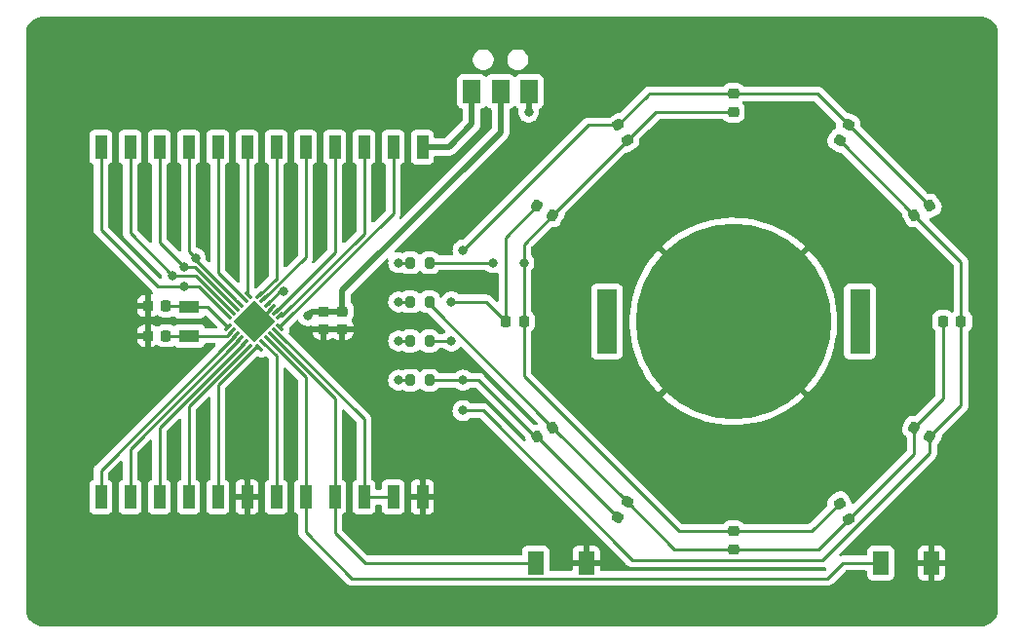
<source format=gbr>
%TF.GenerationSoftware,KiCad,Pcbnew,(6.0.11-0)*%
%TF.CreationDate,2024-05-30T12:09:28+08:00*%
%TF.ProjectId,tinyAVR-business-card,74696e79-4156-4522-9d62-7573696e6573,rev?*%
%TF.SameCoordinates,Original*%
%TF.FileFunction,Copper,L1,Top*%
%TF.FilePolarity,Positive*%
%FSLAX46Y46*%
G04 Gerber Fmt 4.6, Leading zero omitted, Abs format (unit mm)*
G04 Created by KiCad (PCBNEW (6.0.11-0)) date 2024-05-30 12:09:28*
%MOMM*%
%LPD*%
G01*
G04 APERTURE LIST*
G04 Aperture macros list*
%AMRoundRect*
0 Rectangle with rounded corners*
0 $1 Rounding radius*
0 $2 $3 $4 $5 $6 $7 $8 $9 X,Y pos of 4 corners*
0 Add a 4 corners polygon primitive as box body*
4,1,4,$2,$3,$4,$5,$6,$7,$8,$9,$2,$3,0*
0 Add four circle primitives for the rounded corners*
1,1,$1+$1,$2,$3*
1,1,$1+$1,$4,$5*
1,1,$1+$1,$6,$7*
1,1,$1+$1,$8,$9*
0 Add four rect primitives between the rounded corners*
20,1,$1+$1,$2,$3,$4,$5,0*
20,1,$1+$1,$4,$5,$6,$7,0*
20,1,$1+$1,$6,$7,$8,$9,0*
20,1,$1+$1,$8,$9,$2,$3,0*%
%AMRotRect*
0 Rectangle, with rotation*
0 The origin of the aperture is its center*
0 $1 length*
0 $2 width*
0 $3 Rotation angle, in degrees counterclockwise*
0 Add horizontal line*
21,1,$1,$2,0,0,$3*%
G04 Aperture macros list end*
%TA.AperFunction,SMDPad,CuDef*%
%ADD10RoundRect,0.218750X-0.317568X-0.112544X0.061318X-0.331294X0.317568X0.112544X-0.061318X0.331294X0*%
%TD*%
%TA.AperFunction,SMDPad,CuDef*%
%ADD11R,1.350000X2.000000*%
%TD*%
%TA.AperFunction,SMDPad,CuDef*%
%ADD12RoundRect,0.062500X0.203293X0.291682X-0.291682X-0.203293X-0.203293X-0.291682X0.291682X0.203293X0*%
%TD*%
%TA.AperFunction,SMDPad,CuDef*%
%ADD13RoundRect,0.062500X-0.203293X0.291682X-0.291682X0.203293X0.203293X-0.291682X0.291682X-0.203293X0*%
%TD*%
%TA.AperFunction,SMDPad,CuDef*%
%ADD14RotRect,2.600000X2.600000X225.000000*%
%TD*%
%TA.AperFunction,SMDPad,CuDef*%
%ADD15RoundRect,0.225000X-0.250000X0.225000X-0.250000X-0.225000X0.250000X-0.225000X0.250000X0.225000X0*%
%TD*%
%TA.AperFunction,SMDPad,CuDef*%
%ADD16RoundRect,0.200000X-0.200000X-0.275000X0.200000X-0.275000X0.200000X0.275000X-0.200000X0.275000X0*%
%TD*%
%TA.AperFunction,SMDPad,CuDef*%
%ADD17RoundRect,0.218750X0.331294X-0.061318X0.112544X0.317568X-0.331294X0.061318X-0.112544X-0.317568X0*%
%TD*%
%TA.AperFunction,SMDPad,CuDef*%
%ADD18R,1.000000X2.000000*%
%TD*%
%TA.AperFunction,SMDPad,CuDef*%
%ADD19RoundRect,0.218750X-0.256250X0.218750X-0.256250X-0.218750X0.256250X-0.218750X0.256250X0.218750X0*%
%TD*%
%TA.AperFunction,SMDPad,CuDef*%
%ADD20RoundRect,0.225000X0.225000X0.250000X-0.225000X0.250000X-0.225000X-0.250000X0.225000X-0.250000X0*%
%TD*%
%TA.AperFunction,SMDPad,CuDef*%
%ADD21RoundRect,0.218750X-0.218750X-0.256250X0.218750X-0.256250X0.218750X0.256250X-0.218750X0.256250X0*%
%TD*%
%TA.AperFunction,SMDPad,CuDef*%
%ADD22RoundRect,0.218750X0.061318X0.331294X-0.317568X0.112544X-0.061318X-0.331294X0.317568X-0.112544X0*%
%TD*%
%TA.AperFunction,SMDPad,CuDef*%
%ADD23RoundRect,0.218750X0.112544X-0.317568X0.331294X0.061318X-0.112544X0.317568X-0.331294X-0.061318X0*%
%TD*%
%TA.AperFunction,SMDPad,CuDef*%
%ADD24RoundRect,0.218750X0.317568X0.112544X-0.061318X0.331294X-0.317568X-0.112544X0.061318X-0.331294X0*%
%TD*%
%TA.AperFunction,SMDPad,CuDef*%
%ADD25R,1.800000X1.000000*%
%TD*%
%TA.AperFunction,SMDPad,CuDef*%
%ADD26C,17.000000*%
%TD*%
%TA.AperFunction,SMDPad,CuDef*%
%ADD27R,1.750000X5.600000*%
%TD*%
%TA.AperFunction,SMDPad,CuDef*%
%ADD28RoundRect,0.218750X-0.112544X0.317568X-0.331294X-0.061318X0.112544X-0.317568X0.331294X0.061318X0*%
%TD*%
%TA.AperFunction,SMDPad,CuDef*%
%ADD29RoundRect,0.218750X-0.331294X0.061318X-0.112544X-0.317568X0.331294X-0.061318X0.112544X0.317568X0*%
%TD*%
%TA.AperFunction,SMDPad,CuDef*%
%ADD30R,1.500000X2.000000*%
%TD*%
%TA.AperFunction,SMDPad,CuDef*%
%ADD31RoundRect,0.218750X-0.061318X-0.331294X0.317568X-0.112544X0.061318X0.331294X-0.317568X0.112544X0*%
%TD*%
%TA.AperFunction,SMDPad,CuDef*%
%ADD32RoundRect,0.218750X0.218750X0.256250X-0.218750X0.256250X-0.218750X-0.256250X0.218750X-0.256250X0*%
%TD*%
%TA.AperFunction,SMDPad,CuDef*%
%ADD33RoundRect,0.218750X0.256250X-0.218750X0.256250X0.218750X-0.256250X0.218750X-0.256250X-0.218750X0*%
%TD*%
%TA.AperFunction,ViaPad*%
%ADD34C,0.800000*%
%TD*%
%TA.AperFunction,Conductor*%
%ADD35C,0.250000*%
%TD*%
%TA.AperFunction,Conductor*%
%ADD36C,0.500000*%
%TD*%
G04 APERTURE END LIST*
D10*
%TO.P,D10,1,K*%
%TO.N,Net-(D1-Pad1)*%
X130943005Y-76972250D03*
%TO.P,D10,2,A*%
%TO.N,Net-(D10-Pad2)*%
X132306995Y-77759750D03*
%TD*%
D11*
%TO.P,SW1,1,1*%
%TO.N,GND*%
X135200000Y-108000000D03*
%TO.P,SW1,2,2*%
%TO.N,PC5*%
X130800000Y-108000000D03*
%TD*%
D12*
%TO.P,U1,1,PA2*%
%TO.N,PA2{slash}RXD*%
X108578903Y-86513864D03*
%TO.P,U1,2,PA3*%
%TO.N,PA3*%
X108225349Y-86160311D03*
%TO.P,U1,3,GND*%
%TO.N,GND*%
X107871796Y-85806757D03*
%TO.P,U1,4,VCC*%
%TO.N,VCC*%
X107518243Y-85453204D03*
%TO.P,U1,5,PA4*%
%TO.N,PA4*%
X107164689Y-85099651D03*
%TO.P,U1,6,PA5*%
%TO.N,PA5*%
X106811136Y-84746097D03*
D13*
%TO.P,U1,7,PA6*%
%TO.N,PA6{slash}DAC*%
X105838864Y-84746097D03*
%TO.P,U1,8,PA7*%
%TO.N,PA7*%
X105485311Y-85099651D03*
%TO.P,U1,9,PB7*%
%TO.N,PB7*%
X105131757Y-85453204D03*
%TO.P,U1,10,PB6*%
%TO.N,PB6*%
X104778204Y-85806757D03*
%TO.P,U1,11,PB5*%
%TO.N,PB5*%
X104424651Y-86160311D03*
%TO.P,U1,12,PB4*%
%TO.N,PB4*%
X104071097Y-86513864D03*
D12*
%TO.P,U1,13,PB3*%
%TO.N,TOSC1*%
X104071097Y-87486136D03*
%TO.P,U1,14,PB2*%
%TO.N,TOSC2*%
X104424651Y-87839689D03*
%TO.P,U1,15,PB1*%
%TO.N,PB1{slash}SDA*%
X104778204Y-88193243D03*
%TO.P,U1,16,PB0*%
%TO.N,PB0{slash}SCL*%
X105131757Y-88546796D03*
%TO.P,U1,17,PC0*%
%TO.N,PC0{slash}SCK*%
X105485311Y-88900349D03*
%TO.P,U1,18,PC1*%
%TO.N,PC1{slash}MISO*%
X105838864Y-89253903D03*
D13*
%TO.P,U1,19,PC2*%
%TO.N,PC2{slash}MOSI*%
X106811136Y-89253903D03*
%TO.P,U1,20,PC3*%
%TO.N,PC3{slash}SS*%
X107164689Y-88900349D03*
%TO.P,U1,21,PC4*%
%TO.N,PC4*%
X107518243Y-88546796D03*
%TO.P,U1,22,PC5*%
%TO.N,PC5*%
X107871796Y-88193243D03*
%TO.P,U1,23,~{RESET}/PA0*%
%TO.N,PA0*%
X108225349Y-87839689D03*
%TO.P,U1,24,PA1*%
%TO.N,PA1{slash}TXD*%
X108578903Y-87486136D03*
D14*
%TO.P,U1,25,GND*%
%TO.N,GND*%
X106325000Y-87000000D03*
%TD*%
D15*
%TO.P,C4,1*%
%TO.N,VCC*%
X114000000Y-86125000D03*
%TO.P,C4,2*%
%TO.N,GND*%
X114000000Y-87675000D03*
%TD*%
D16*
%TO.P,R4,1*%
%TO.N,PB7*%
X119925000Y-81900000D03*
%TO.P,R4,2*%
%TO.N,Net-(D10-Pad2)*%
X121575000Y-81900000D03*
%TD*%
D17*
%TO.P,D11,1,K*%
%TO.N,Net-(D10-Pad2)*%
X138753750Y-71301995D03*
%TO.P,D11,2,A*%
%TO.N,Net-(D1-Pad2)*%
X137966250Y-69938005D03*
%TD*%
D16*
%TO.P,R2,1*%
%TO.N,PB5*%
X119925000Y-88700000D03*
%TO.P,R2,2*%
%TO.N,Net-(D1-Pad1)*%
X121575000Y-88700000D03*
%TD*%
D18*
%TO.P,J1,1,Pin_1*%
%TO.N,Vin*%
X120970000Y-71842500D03*
%TO.P,J1,2,Pin_2*%
%TO.N,PA1{slash}TXD*%
X118430000Y-71842500D03*
%TO.P,J1,3,Pin_3*%
%TO.N,PA2{slash}RXD*%
X115890000Y-71842500D03*
%TO.P,J1,4,Pin_4*%
%TO.N,PA3*%
X113350000Y-71842500D03*
%TO.P,J1,5,Pin_5*%
%TO.N,PA4*%
X110810000Y-71842500D03*
%TO.P,J1,6,Pin_6*%
%TO.N,PA5*%
X108270000Y-71842500D03*
%TO.P,J1,7,Pin_7*%
%TO.N,PA6{slash}DAC*%
X105730000Y-71842500D03*
%TO.P,J1,8,Pin_8*%
%TO.N,PA7*%
X103190000Y-71842500D03*
%TO.P,J1,9,Pin_9*%
%TO.N,PB7*%
X100650000Y-71842500D03*
%TO.P,J1,10,Pin_10*%
%TO.N,PB6*%
X98110000Y-71842500D03*
%TO.P,J1,11,Pin_11*%
%TO.N,PB5*%
X95570000Y-71842500D03*
%TO.P,J1,12,Pin_12*%
%TO.N,PB4*%
X93030000Y-71842500D03*
%TD*%
D16*
%TO.P,R3,1*%
%TO.N,PB6*%
X119925000Y-85300000D03*
%TO.P,R3,2*%
%TO.N,Net-(D3-Pad1)*%
X121575000Y-85300000D03*
%TD*%
%TO.P,R1,1*%
%TO.N,PB4*%
X119925000Y-92100000D03*
%TO.P,R1,2*%
%TO.N,Net-(D1-Pad2)*%
X121575000Y-92100000D03*
%TD*%
D19*
%TO.P,D12,1,K*%
%TO.N,Net-(D1-Pad2)*%
X148000000Y-67212500D03*
%TO.P,D12,2,A*%
%TO.N,Net-(D10-Pad2)*%
X148000000Y-68787500D03*
%TD*%
D20*
%TO.P,C1,1*%
%TO.N,TOSC2*%
X98675000Y-88250000D03*
%TO.P,C1,2*%
%TO.N,GND*%
X97125000Y-88250000D03*
%TD*%
D21*
%TO.P,D3,1,K*%
%TO.N,Net-(D3-Pad1)*%
X166212500Y-87000000D03*
%TO.P,D3,2,A*%
%TO.N,Net-(D1-Pad1)*%
X167787500Y-87000000D03*
%TD*%
D22*
%TO.P,D2,1,K*%
%TO.N,Net-(D1-Pad2)*%
X165051995Y-76966250D03*
%TO.P,D2,2,A*%
%TO.N,Net-(D1-Pad1)*%
X163688005Y-77753750D03*
%TD*%
D23*
%TO.P,D1,1,K*%
%TO.N,Net-(D1-Pad1)*%
X157206250Y-71281995D03*
%TO.P,D1,2,A*%
%TO.N,Net-(D1-Pad2)*%
X157993750Y-69918005D03*
%TD*%
D11*
%TO.P,SW2,1,1*%
%TO.N,GND*%
X165200000Y-108000000D03*
%TO.P,SW2,2,2*%
%TO.N,PC4*%
X160800000Y-108000000D03*
%TD*%
D24*
%TO.P,D4,1,K*%
%TO.N,Net-(D1-Pad1)*%
X165051995Y-97023750D03*
%TO.P,D4,2,A*%
%TO.N,Net-(D3-Pad1)*%
X163688005Y-96236250D03*
%TD*%
D25*
%TO.P,Y1,1,1*%
%TO.N,TOSC2*%
X100700000Y-88250000D03*
%TO.P,Y1,2,2*%
%TO.N,TOSC1*%
X100700000Y-85750000D03*
%TD*%
D26*
%TO.P,BT1,N*%
%TO.N,GND*%
X148000000Y-87000000D03*
D27*
%TO.P,BT1,P1*%
%TO.N,Net-(BT1-PadP1)*%
X159000000Y-87000000D03*
%TO.P,BT1,P2*%
X137000000Y-87000000D03*
%TD*%
D28*
%TO.P,D7,1,K*%
%TO.N,Net-(D3-Pad1)*%
X138763750Y-102688005D03*
%TO.P,D7,2,A*%
%TO.N,Net-(D1-Pad2)*%
X137976250Y-104051995D03*
%TD*%
D29*
%TO.P,D5,1,K*%
%TO.N,Net-(D10-Pad2)*%
X157206250Y-102818005D03*
%TO.P,D5,2,A*%
%TO.N,Net-(D3-Pad1)*%
X157993750Y-104181995D03*
%TD*%
D30*
%TO.P,SW3,1,A*%
%TO.N,Net-(BT1-PadP1)*%
X130250000Y-67000000D03*
%TO.P,SW3,2,B*%
%TO.N,VCC*%
X127750000Y-67000000D03*
%TO.P,SW3,3,C*%
%TO.N,Vin*%
X125250000Y-67000000D03*
%TD*%
D15*
%TO.P,C3,1*%
%TO.N,VCC*%
X112400000Y-86125000D03*
%TO.P,C3,2*%
%TO.N,GND*%
X112400000Y-87675000D03*
%TD*%
D31*
%TO.P,D8,1,K*%
%TO.N,Net-(D1-Pad2)*%
X130938005Y-97023750D03*
%TO.P,D8,2,A*%
%TO.N,Net-(D3-Pad1)*%
X132301995Y-96236250D03*
%TD*%
D32*
%TO.P,D9,1,K*%
%TO.N,Net-(D10-Pad2)*%
X129787500Y-87000000D03*
%TO.P,D9,2,A*%
%TO.N,Net-(D1-Pad1)*%
X128212500Y-87000000D03*
%TD*%
D18*
%TO.P,J2,1,Pin_1*%
%TO.N,PB1{slash}SDA*%
X93030000Y-102257500D03*
%TO.P,J2,2,Pin_2*%
%TO.N,PB0{slash}SCL*%
X95570000Y-102257500D03*
%TO.P,J2,3,Pin_3*%
%TO.N,PC0{slash}SCK*%
X98110000Y-102257500D03*
%TO.P,J2,4,Pin_4*%
%TO.N,PC1{slash}MISO*%
X100650000Y-102257500D03*
%TO.P,J2,5,Pin_5*%
%TO.N,PC2{slash}MOSI*%
X103190000Y-102257500D03*
%TO.P,J2,6,Pin_6*%
%TO.N,GND*%
X105730000Y-102257500D03*
%TO.P,J2,7,Pin_7*%
%TO.N,PC3{slash}SS*%
X108270000Y-102257500D03*
%TO.P,J2,8,Pin_8*%
%TO.N,PC4*%
X110810000Y-102257500D03*
%TO.P,J2,9,Pin_9*%
%TO.N,PC5*%
X113350000Y-102257500D03*
%TO.P,J2,10,Pin_10*%
%TO.N,PA0*%
X115890000Y-102257500D03*
%TO.P,J2,11,Pin_11*%
X118430000Y-102257500D03*
%TO.P,J2,12,Pin_12*%
%TO.N,GND*%
X120970000Y-102257500D03*
%TD*%
D33*
%TO.P,D6,1,K*%
%TO.N,Net-(D3-Pad1)*%
X148000000Y-106787500D03*
%TO.P,D6,2,A*%
%TO.N,Net-(D10-Pad2)*%
X148000000Y-105212500D03*
%TD*%
D20*
%TO.P,C2,1*%
%TO.N,TOSC1*%
X98675000Y-85650000D03*
%TO.P,C2,2*%
%TO.N,GND*%
X97125000Y-85650000D03*
%TD*%
D34*
%TO.N,GND*%
X129000000Y-62000000D03*
X88000000Y-112000000D03*
X160000000Y-62000000D03*
X119000000Y-62000000D03*
X88000000Y-62000000D03*
X129000000Y-102000000D03*
X106300000Y-87000000D03*
X144000000Y-91000000D03*
X160000000Y-112000000D03*
X118000000Y-112000000D03*
X88000000Y-72000000D03*
X88000000Y-82000000D03*
X170000000Y-92000000D03*
X169000000Y-112000000D03*
X170000000Y-62000000D03*
X170000000Y-72000000D03*
X88000000Y-92000000D03*
X109000000Y-62000000D03*
X113200000Y-89200000D03*
X140000000Y-62000000D03*
X106250000Y-92000000D03*
X129000000Y-112000000D03*
X144000000Y-83000000D03*
X170000000Y-102000000D03*
X99000000Y-112000000D03*
X140000000Y-112000000D03*
X150000000Y-112000000D03*
X88000000Y-102000000D03*
X152000000Y-83000000D03*
X150000000Y-62000000D03*
X99000000Y-62000000D03*
X152000000Y-91000000D03*
X121500000Y-80000000D03*
X170000000Y-82000000D03*
X109000000Y-112000000D03*
%TO.N,VCC*%
X111000000Y-86500000D03*
X108900000Y-84400000D03*
%TO.N,Net-(D1-Pad1)*%
X123500000Y-88700000D03*
X124500000Y-94750000D03*
X123500000Y-85300000D03*
%TO.N,Net-(D1-Pad2)*%
X124500000Y-80800000D03*
X124500000Y-92100000D03*
%TO.N,PB7*%
X118900000Y-81900000D03*
X101250000Y-81500000D03*
%TO.N,PB6*%
X118900000Y-85300000D03*
X100250000Y-82250000D03*
%TO.N,PB5*%
X99250000Y-83000000D03*
X118900000Y-88700000D03*
%TO.N,PB4*%
X118900000Y-92100000D03*
X100250000Y-84000000D03*
%TO.N,Net-(BT1-PadP1)*%
X159100000Y-87000000D03*
X130200000Y-68800000D03*
X137000000Y-87000000D03*
%TO.N,Net-(D10-Pad2)*%
X127100000Y-81900000D03*
X129787500Y-81900000D03*
%TD*%
D35*
%TO.N,TOSC2*%
X98675000Y-88250000D02*
X100700000Y-88250000D01*
X100700000Y-88250000D02*
X104014340Y-88250000D01*
X104014340Y-88250000D02*
X104424651Y-87839689D01*
%TO.N,GND*%
X106325000Y-87000000D02*
X106678553Y-87000000D01*
X106678553Y-87000000D02*
X107871796Y-85806757D01*
%TO.N,TOSC1*%
X98675000Y-85650000D02*
X100600000Y-85650000D01*
X104071097Y-87486136D02*
X102334961Y-85750000D01*
X100600000Y-85650000D02*
X100700000Y-85750000D01*
X102334961Y-85750000D02*
X100700000Y-85750000D01*
D36*
%TO.N,VCC*%
X112400000Y-86125000D02*
X111375000Y-86125000D01*
X114000000Y-84300000D02*
X127750000Y-70550000D01*
X127750000Y-70550000D02*
X127750000Y-67000000D01*
X114000000Y-86125000D02*
X112400000Y-86125000D01*
X114000000Y-86125000D02*
X114000000Y-84300000D01*
D35*
X108900000Y-84400000D02*
X108571447Y-84400000D01*
X108571447Y-84400000D02*
X107518243Y-85453204D01*
D36*
X111375000Y-86125000D02*
X111000000Y-86500000D01*
D35*
%TO.N,Net-(D1-Pad1)*%
X167787500Y-94288245D02*
X165051995Y-97023750D01*
X165051995Y-98448005D02*
X155750000Y-107750000D01*
X167787500Y-81853245D02*
X167787500Y-87000000D01*
X121575000Y-88700000D02*
X123500000Y-88700000D01*
X163688005Y-77753750D02*
X167787500Y-81853245D01*
X157206250Y-71281995D02*
X157216250Y-71281995D01*
X167787500Y-87000000D02*
X167787500Y-94288245D01*
X155750000Y-107750000D02*
X139250000Y-107750000D01*
X139250000Y-107750000D02*
X126250000Y-94750000D01*
X126250000Y-94750000D02*
X124500000Y-94750000D01*
X130943005Y-76972250D02*
X128212500Y-79702755D01*
X128212500Y-79702755D02*
X128212500Y-87000000D01*
X157216250Y-71281995D02*
X163688005Y-77753750D01*
X165051995Y-97023750D02*
X165051995Y-98448005D01*
X123500000Y-85300000D02*
X126512500Y-85300000D01*
X126512500Y-85300000D02*
X128212500Y-87000000D01*
%TO.N,Net-(D1-Pad2)*%
X124500000Y-80800000D02*
X135361995Y-69938005D01*
X125850000Y-92100000D02*
X130773750Y-97023750D01*
X130938005Y-97023750D02*
X130948005Y-97023750D01*
X140577128Y-67327128D02*
X137966250Y-69938005D01*
X157993750Y-69918005D02*
X158003750Y-69918005D01*
X135361995Y-69938005D02*
X137966250Y-69938005D01*
X148000000Y-67212500D02*
X155288245Y-67212500D01*
X158003750Y-69918005D02*
X165051995Y-76966250D01*
X121575000Y-92100000D02*
X124500000Y-92100000D01*
X130773750Y-97023750D02*
X130938005Y-97023750D01*
X130948005Y-97023750D02*
X137976250Y-104051995D01*
X124500000Y-92100000D02*
X125850000Y-92100000D01*
X140691756Y-67212500D02*
X140577128Y-67327128D01*
X140691755Y-67212500D02*
X140577128Y-67327128D01*
X148000000Y-67212500D02*
X140691756Y-67212500D01*
X155288245Y-67212500D02*
X157993750Y-69918005D01*
D36*
%TO.N,Vin*%
X120970000Y-71842500D02*
X123257500Y-71842500D01*
X125250000Y-69850000D02*
X125250000Y-67000000D01*
X123257500Y-71842500D02*
X125250000Y-69850000D01*
D35*
%TO.N,PA3*%
X113350000Y-81035660D02*
X108225349Y-86160311D01*
X113350000Y-71842500D02*
X113350000Y-81035660D01*
%TO.N,PA4*%
X110810000Y-71842500D02*
X110810000Y-81390000D01*
X110810000Y-81454340D02*
X107164689Y-85099651D01*
X110810000Y-81390000D02*
X110810000Y-81454340D01*
%TO.N,PA5*%
X108270000Y-83287233D02*
X106811136Y-84746097D01*
X108270000Y-71842500D02*
X108270000Y-83357944D01*
%TO.N,PA6{slash}DAC*%
X105730000Y-84637233D02*
X105838864Y-84746097D01*
X105730000Y-71842500D02*
X105730000Y-84637233D01*
%TO.N,PA7*%
X103190000Y-71842500D02*
X103190000Y-82804340D01*
X103190000Y-82804340D02*
X105485311Y-85099651D01*
%TO.N,PB7*%
X101250000Y-81642156D02*
X104750000Y-85142156D01*
X101250000Y-81500000D02*
X101250000Y-81642156D01*
X100650000Y-80900000D02*
X101250000Y-81500000D01*
X119925000Y-81900000D02*
X118900000Y-81900000D01*
X100650000Y-71842500D02*
X100650000Y-80900000D01*
%TO.N,PB6*%
X104778204Y-85806757D02*
X101221447Y-82250000D01*
X101221447Y-82250000D02*
X100250000Y-82250000D01*
X98110000Y-71842500D02*
X98110000Y-80110000D01*
X119925000Y-85300000D02*
X118900000Y-85300000D01*
X98110000Y-80110000D02*
X100250000Y-82250000D01*
%TO.N,PB5*%
X101264340Y-83000000D02*
X99250000Y-83000000D01*
X95570000Y-79320000D02*
X99250000Y-83000000D01*
X118900000Y-88700000D02*
X119925000Y-88700000D01*
X104424651Y-86160311D02*
X101264340Y-83000000D01*
X95570000Y-71842500D02*
X95570000Y-79320000D01*
%TO.N,PB4*%
X93030000Y-71842500D02*
X93030000Y-79030000D01*
X104071097Y-86513864D02*
X101557233Y-84000000D01*
X119925000Y-92100000D02*
X118900000Y-92100000D01*
X101557233Y-84000000D02*
X100250000Y-84000000D01*
X93030000Y-79030000D02*
X98000000Y-84000000D01*
X100250000Y-84000000D02*
X98000000Y-84000000D01*
%TO.N,PB1{slash}SDA*%
X93030000Y-102257500D02*
X93030000Y-99941447D01*
X93030000Y-99941447D02*
X104778204Y-88193243D01*
%TO.N,PB0{slash}SCL*%
X95570000Y-102257500D02*
X95570000Y-98108553D01*
X95570000Y-98108553D02*
X105131757Y-88546796D01*
%TO.N,PC5*%
X107871796Y-88193243D02*
X111714276Y-92035724D01*
X113350000Y-105350000D02*
X116000000Y-108000000D01*
X111714276Y-92035724D02*
X113350000Y-93671448D01*
X116000000Y-108000000D02*
X130800000Y-108000000D01*
X113350000Y-93671448D02*
X113350000Y-102257500D01*
X113350000Y-102257500D02*
X113350000Y-105350000D01*
%TO.N,PC4*%
X114825000Y-109325000D02*
X156175000Y-109325000D01*
X110810000Y-102257500D02*
X110810000Y-105310000D01*
X110810000Y-105310000D02*
X114825000Y-109325000D01*
X110810000Y-91838553D02*
X110810000Y-102257500D01*
X156175000Y-109325000D02*
X157500000Y-108000000D01*
X157500000Y-108000000D02*
X160800000Y-108000000D01*
X107518243Y-88546796D02*
X110810000Y-91838553D01*
%TO.N,PC3{slash}SS*%
X108270000Y-90005660D02*
X108270000Y-102257500D01*
X107164689Y-88900349D02*
X108270000Y-90005660D01*
%TO.N,PC2{slash}MOSI*%
X103190000Y-92539164D02*
X106475261Y-89253903D01*
X103190000Y-102257500D02*
X103190000Y-92539164D01*
X106475261Y-89253903D02*
X106811136Y-89253903D01*
%TO.N,PC1{slash}MISO*%
X105768153Y-89253903D02*
X105838864Y-89253903D01*
X100650000Y-102257500D02*
X100650000Y-94372056D01*
X100650000Y-94372056D02*
X105768153Y-89253903D01*
%TO.N,PC0{slash}SCK*%
X105485311Y-88900349D02*
X98110000Y-96275660D01*
X98110000Y-96275660D02*
X98110000Y-102257500D01*
D36*
%TO.N,Net-(BT1-PadP1)*%
X130250000Y-68750000D02*
X130200000Y-68800000D01*
X130250000Y-67000000D02*
X130250000Y-68750000D01*
D35*
%TO.N,Net-(D3-Pad1)*%
X132301995Y-96236250D02*
X132311995Y-96236250D01*
X148000000Y-106787500D02*
X155388245Y-106787500D01*
X121575000Y-85509255D02*
X132301995Y-96236250D01*
X142863245Y-106787500D02*
X148000000Y-106787500D01*
X163688005Y-98487740D02*
X163688005Y-96236250D01*
X155388245Y-106787500D02*
X157993750Y-104181995D01*
X166212500Y-93711755D02*
X163688005Y-96236250D01*
X121575000Y-85300000D02*
X121575000Y-85509255D01*
X166212500Y-87000000D02*
X166212500Y-93711755D01*
X138763750Y-102688005D02*
X142863245Y-106787500D01*
X132311995Y-96236250D02*
X138763750Y-102688005D01*
X157993750Y-104181995D02*
X163688005Y-98487740D01*
%TO.N,Net-(D10-Pad2)*%
X147962500Y-105250000D02*
X148000000Y-105212500D01*
X129787500Y-80279245D02*
X132306995Y-77759750D01*
X141268245Y-68787500D02*
X138753750Y-71301995D01*
X154811755Y-105212500D02*
X157206250Y-102818005D01*
X121575000Y-81900000D02*
X127100000Y-81900000D01*
X129787500Y-81900000D02*
X129787500Y-80279245D01*
X129787500Y-91787500D02*
X133000000Y-95000000D01*
X129787500Y-87000000D02*
X129787500Y-91787500D01*
X129787500Y-81900000D02*
X129787500Y-87000000D01*
X143250000Y-105250000D02*
X147962500Y-105250000D01*
X148000000Y-105212500D02*
X154811755Y-105212500D01*
X148000000Y-68787500D02*
X141268245Y-68787500D01*
X133000000Y-95000000D02*
X143250000Y-105250000D01*
X132306995Y-77748750D02*
X138753750Y-71301995D01*
X132306995Y-77759750D02*
X132306995Y-77748750D01*
%TO.N,PA1{slash}TXD*%
X108578903Y-87421097D02*
X118430000Y-77570000D01*
X118430000Y-77570000D02*
X118430000Y-71842500D01*
X108578903Y-87486136D02*
X108578903Y-87421097D01*
%TO.N,PA2{slash}RXD*%
X108578903Y-86513864D02*
X108736136Y-86513864D01*
X115890000Y-79360000D02*
X115890000Y-71842500D01*
X108736136Y-86513864D02*
X115890000Y-79360000D01*
%TO.N,PA0*%
X115890000Y-95490000D02*
X115890000Y-102257500D01*
X115890000Y-102257500D02*
X118430000Y-102257500D01*
X108239689Y-87839689D02*
X115890000Y-95490000D01*
X108225349Y-87839689D02*
X108239689Y-87839689D01*
%TD*%
%TA.AperFunction,Conductor*%
%TO.N,GND*%
G36*
X169470018Y-60510000D02*
G01*
X169484851Y-60512310D01*
X169484855Y-60512310D01*
X169493724Y-60513691D01*
X169508981Y-60511696D01*
X169534302Y-60510953D01*
X169703285Y-60523039D01*
X169721064Y-60525596D01*
X169911392Y-60566999D01*
X169928641Y-60572063D01*
X170111150Y-60640136D01*
X170127502Y-60647604D01*
X170298458Y-60740952D01*
X170313582Y-60750672D01*
X170469514Y-60867402D01*
X170483100Y-60879175D01*
X170620825Y-61016900D01*
X170632598Y-61030486D01*
X170749328Y-61186418D01*
X170759048Y-61201542D01*
X170852396Y-61372498D01*
X170859864Y-61388850D01*
X170927937Y-61571359D01*
X170933001Y-61588607D01*
X170974404Y-61778936D01*
X170976962Y-61796721D01*
X170988540Y-61958601D01*
X170987793Y-61976565D01*
X170987692Y-61984845D01*
X170986309Y-61993724D01*
X170987474Y-62002630D01*
X170990436Y-62025283D01*
X170991500Y-62041621D01*
X170991500Y-111950633D01*
X170990000Y-111970018D01*
X170987690Y-111984851D01*
X170987690Y-111984855D01*
X170986309Y-111993724D01*
X170988136Y-112007693D01*
X170988304Y-112008976D01*
X170989047Y-112034305D01*
X170976962Y-112203279D01*
X170974404Y-112221064D01*
X170956598Y-112302919D01*
X170933001Y-112411392D01*
X170927937Y-112428641D01*
X170859864Y-112611150D01*
X170852396Y-112627502D01*
X170759048Y-112798458D01*
X170749328Y-112813582D01*
X170632598Y-112969514D01*
X170620825Y-112983100D01*
X170483100Y-113120825D01*
X170469514Y-113132598D01*
X170313582Y-113249328D01*
X170298458Y-113259048D01*
X170127502Y-113352396D01*
X170111150Y-113359864D01*
X169928641Y-113427937D01*
X169911393Y-113433001D01*
X169721064Y-113474404D01*
X169703285Y-113476961D01*
X169541395Y-113488540D01*
X169523435Y-113487793D01*
X169515155Y-113487692D01*
X169506276Y-113486309D01*
X169474714Y-113490436D01*
X169458379Y-113491500D01*
X88049367Y-113491500D01*
X88029982Y-113490000D01*
X88015149Y-113487690D01*
X88015145Y-113487690D01*
X88006276Y-113486309D01*
X87991019Y-113488304D01*
X87965698Y-113489047D01*
X87796715Y-113476961D01*
X87778936Y-113474404D01*
X87588607Y-113433001D01*
X87571359Y-113427937D01*
X87388850Y-113359864D01*
X87372498Y-113352396D01*
X87201542Y-113259048D01*
X87186418Y-113249328D01*
X87030486Y-113132598D01*
X87016900Y-113120825D01*
X86879175Y-112983100D01*
X86867402Y-112969514D01*
X86750672Y-112813582D01*
X86740952Y-112798458D01*
X86647604Y-112627502D01*
X86640136Y-112611150D01*
X86572063Y-112428641D01*
X86566999Y-112411392D01*
X86543402Y-112302919D01*
X86525596Y-112221064D01*
X86523038Y-112203278D01*
X86511719Y-112045012D01*
X86512805Y-112022245D01*
X86512334Y-112022203D01*
X86512770Y-112017345D01*
X86513576Y-112012552D01*
X86513729Y-112000000D01*
X86509773Y-111972376D01*
X86508500Y-111954514D01*
X86508500Y-103305634D01*
X92021500Y-103305634D01*
X92028255Y-103367816D01*
X92079385Y-103504205D01*
X92166739Y-103620761D01*
X92283295Y-103708115D01*
X92419684Y-103759245D01*
X92481866Y-103766000D01*
X93578134Y-103766000D01*
X93640316Y-103759245D01*
X93776705Y-103708115D01*
X93893261Y-103620761D01*
X93980615Y-103504205D01*
X94031745Y-103367816D01*
X94038500Y-103305634D01*
X94038500Y-101209366D01*
X94031745Y-101147184D01*
X93980615Y-101010795D01*
X93893261Y-100894239D01*
X93776705Y-100806885D01*
X93768296Y-100803732D01*
X93768293Y-100803731D01*
X93745269Y-100795099D01*
X93688505Y-100752457D01*
X93663806Y-100685895D01*
X93663500Y-100677118D01*
X93663500Y-100256041D01*
X93683502Y-100187920D01*
X93700405Y-100166946D01*
X94721405Y-99145946D01*
X94783717Y-99111920D01*
X94854532Y-99116985D01*
X94911368Y-99159532D01*
X94936179Y-99226052D01*
X94936500Y-99235041D01*
X94936500Y-100677118D01*
X94916498Y-100745239D01*
X94862842Y-100791732D01*
X94854731Y-100795099D01*
X94831707Y-100803731D01*
X94831704Y-100803732D01*
X94823295Y-100806885D01*
X94706739Y-100894239D01*
X94619385Y-101010795D01*
X94568255Y-101147184D01*
X94561500Y-101209366D01*
X94561500Y-103305634D01*
X94568255Y-103367816D01*
X94619385Y-103504205D01*
X94706739Y-103620761D01*
X94823295Y-103708115D01*
X94959684Y-103759245D01*
X95021866Y-103766000D01*
X96118134Y-103766000D01*
X96180316Y-103759245D01*
X96316705Y-103708115D01*
X96433261Y-103620761D01*
X96520615Y-103504205D01*
X96571745Y-103367816D01*
X96578500Y-103305634D01*
X96578500Y-101209366D01*
X96571745Y-101147184D01*
X96520615Y-101010795D01*
X96433261Y-100894239D01*
X96316705Y-100806885D01*
X96308296Y-100803732D01*
X96308293Y-100803731D01*
X96285269Y-100795099D01*
X96228505Y-100752457D01*
X96203806Y-100685895D01*
X96203500Y-100677118D01*
X96203500Y-98423147D01*
X96223502Y-98355026D01*
X96240405Y-98334052D01*
X97261405Y-97313052D01*
X97323717Y-97279026D01*
X97394532Y-97284091D01*
X97451368Y-97326638D01*
X97476179Y-97393158D01*
X97476500Y-97402147D01*
X97476500Y-100677118D01*
X97456498Y-100745239D01*
X97402842Y-100791732D01*
X97394731Y-100795099D01*
X97371707Y-100803731D01*
X97371704Y-100803732D01*
X97363295Y-100806885D01*
X97246739Y-100894239D01*
X97159385Y-101010795D01*
X97108255Y-101147184D01*
X97101500Y-101209366D01*
X97101500Y-103305634D01*
X97108255Y-103367816D01*
X97159385Y-103504205D01*
X97246739Y-103620761D01*
X97363295Y-103708115D01*
X97499684Y-103759245D01*
X97561866Y-103766000D01*
X98658134Y-103766000D01*
X98720316Y-103759245D01*
X98856705Y-103708115D01*
X98973261Y-103620761D01*
X99060615Y-103504205D01*
X99111745Y-103367816D01*
X99118500Y-103305634D01*
X99118500Y-101209366D01*
X99111745Y-101147184D01*
X99060615Y-101010795D01*
X98973261Y-100894239D01*
X98856705Y-100806885D01*
X98848296Y-100803732D01*
X98848293Y-100803731D01*
X98825269Y-100795099D01*
X98768505Y-100752457D01*
X98743806Y-100685895D01*
X98743500Y-100677118D01*
X98743500Y-96590254D01*
X98763502Y-96522133D01*
X98780405Y-96501159D01*
X99801405Y-95480159D01*
X99863717Y-95446133D01*
X99934532Y-95451198D01*
X99991368Y-95493745D01*
X100016179Y-95560265D01*
X100016500Y-95569254D01*
X100016500Y-100677118D01*
X99996498Y-100745239D01*
X99942842Y-100791732D01*
X99934731Y-100795099D01*
X99911707Y-100803731D01*
X99911704Y-100803732D01*
X99903295Y-100806885D01*
X99786739Y-100894239D01*
X99699385Y-101010795D01*
X99648255Y-101147184D01*
X99641500Y-101209366D01*
X99641500Y-103305634D01*
X99648255Y-103367816D01*
X99699385Y-103504205D01*
X99786739Y-103620761D01*
X99903295Y-103708115D01*
X100039684Y-103759245D01*
X100101866Y-103766000D01*
X101198134Y-103766000D01*
X101260316Y-103759245D01*
X101396705Y-103708115D01*
X101513261Y-103620761D01*
X101600615Y-103504205D01*
X101651745Y-103367816D01*
X101658500Y-103305634D01*
X101658500Y-101209366D01*
X101651745Y-101147184D01*
X101600615Y-101010795D01*
X101513261Y-100894239D01*
X101396705Y-100806885D01*
X101388296Y-100803732D01*
X101388293Y-100803731D01*
X101365269Y-100795099D01*
X101308505Y-100752457D01*
X101283806Y-100685895D01*
X101283500Y-100677118D01*
X101283500Y-94686650D01*
X101303502Y-94618529D01*
X101320405Y-94597555D01*
X102341405Y-93576555D01*
X102403717Y-93542529D01*
X102474532Y-93547594D01*
X102531368Y-93590141D01*
X102556179Y-93656661D01*
X102556500Y-93665650D01*
X102556500Y-100677118D01*
X102536498Y-100745239D01*
X102482842Y-100791732D01*
X102474731Y-100795099D01*
X102451707Y-100803731D01*
X102451704Y-100803732D01*
X102443295Y-100806885D01*
X102326739Y-100894239D01*
X102239385Y-101010795D01*
X102188255Y-101147184D01*
X102181500Y-101209366D01*
X102181500Y-103305634D01*
X102188255Y-103367816D01*
X102239385Y-103504205D01*
X102326739Y-103620761D01*
X102443295Y-103708115D01*
X102579684Y-103759245D01*
X102641866Y-103766000D01*
X103738134Y-103766000D01*
X103800316Y-103759245D01*
X103936705Y-103708115D01*
X104053261Y-103620761D01*
X104140615Y-103504205D01*
X104191745Y-103367816D01*
X104198500Y-103305634D01*
X104198500Y-103302169D01*
X104722001Y-103302169D01*
X104722371Y-103308990D01*
X104727895Y-103359852D01*
X104731521Y-103375104D01*
X104776676Y-103495554D01*
X104785214Y-103511149D01*
X104861715Y-103613224D01*
X104874276Y-103625785D01*
X104976351Y-103702286D01*
X104991946Y-103710824D01*
X105112394Y-103755978D01*
X105127649Y-103759605D01*
X105178514Y-103765131D01*
X105185328Y-103765500D01*
X105457885Y-103765500D01*
X105473124Y-103761025D01*
X105474329Y-103759635D01*
X105476000Y-103751952D01*
X105476000Y-103747384D01*
X105984000Y-103747384D01*
X105988475Y-103762623D01*
X105989865Y-103763828D01*
X105997548Y-103765499D01*
X106274669Y-103765499D01*
X106281490Y-103765129D01*
X106332352Y-103759605D01*
X106347604Y-103755979D01*
X106468054Y-103710824D01*
X106483649Y-103702286D01*
X106585724Y-103625785D01*
X106598285Y-103613224D01*
X106674786Y-103511149D01*
X106683324Y-103495554D01*
X106728478Y-103375106D01*
X106732105Y-103359851D01*
X106737631Y-103308986D01*
X106738000Y-103302172D01*
X106738000Y-102529615D01*
X106733525Y-102514376D01*
X106732135Y-102513171D01*
X106724452Y-102511500D01*
X106002115Y-102511500D01*
X105986876Y-102515975D01*
X105985671Y-102517365D01*
X105984000Y-102525048D01*
X105984000Y-103747384D01*
X105476000Y-103747384D01*
X105476000Y-102529615D01*
X105471525Y-102514376D01*
X105470135Y-102513171D01*
X105462452Y-102511500D01*
X104740116Y-102511500D01*
X104724877Y-102515975D01*
X104723672Y-102517365D01*
X104722001Y-102525048D01*
X104722001Y-103302169D01*
X104198500Y-103302169D01*
X104198500Y-101985385D01*
X104722000Y-101985385D01*
X104726475Y-102000624D01*
X104727865Y-102001829D01*
X104735548Y-102003500D01*
X105457885Y-102003500D01*
X105473124Y-101999025D01*
X105474329Y-101997635D01*
X105476000Y-101989952D01*
X105476000Y-101985385D01*
X105984000Y-101985385D01*
X105988475Y-102000624D01*
X105989865Y-102001829D01*
X105997548Y-102003500D01*
X106719884Y-102003500D01*
X106735123Y-101999025D01*
X106736328Y-101997635D01*
X106737999Y-101989952D01*
X106737999Y-101212831D01*
X106737629Y-101206010D01*
X106732105Y-101155148D01*
X106728479Y-101139896D01*
X106683324Y-101019446D01*
X106674786Y-101003851D01*
X106598285Y-100901776D01*
X106585724Y-100889215D01*
X106483649Y-100812714D01*
X106468054Y-100804176D01*
X106347606Y-100759022D01*
X106332351Y-100755395D01*
X106281486Y-100749869D01*
X106274672Y-100749500D01*
X106002115Y-100749500D01*
X105986876Y-100753975D01*
X105985671Y-100755365D01*
X105984000Y-100763048D01*
X105984000Y-101985385D01*
X105476000Y-101985385D01*
X105476000Y-100767616D01*
X105471525Y-100752377D01*
X105470135Y-100751172D01*
X105462452Y-100749501D01*
X105185331Y-100749501D01*
X105178510Y-100749871D01*
X105127648Y-100755395D01*
X105112396Y-100759021D01*
X104991946Y-100804176D01*
X104976351Y-100812714D01*
X104874276Y-100889215D01*
X104861715Y-100901776D01*
X104785214Y-101003851D01*
X104776676Y-101019446D01*
X104731522Y-101139894D01*
X104727895Y-101155149D01*
X104722369Y-101206014D01*
X104722000Y-101212828D01*
X104722000Y-101985385D01*
X104198500Y-101985385D01*
X104198500Y-101209366D01*
X104191745Y-101147184D01*
X104140615Y-101010795D01*
X104053261Y-100894239D01*
X103936705Y-100806885D01*
X103928296Y-100803732D01*
X103928293Y-100803731D01*
X103905269Y-100795099D01*
X103848505Y-100752457D01*
X103823806Y-100685895D01*
X103823500Y-100677118D01*
X103823500Y-92853758D01*
X103843502Y-92785637D01*
X103860405Y-92764663D01*
X106566488Y-90058580D01*
X106628800Y-90024554D01*
X106699615Y-90029619D01*
X106718584Y-90038557D01*
X106719916Y-90039326D01*
X106726466Y-90044352D01*
X106734091Y-90047510D01*
X106734092Y-90047511D01*
X106792058Y-90071521D01*
X106865369Y-90101887D01*
X107014429Y-90121512D01*
X107163490Y-90101887D01*
X107302393Y-90044352D01*
X107303770Y-90047676D01*
X107356606Y-90034747D01*
X107423744Y-90057835D01*
X107439956Y-90071521D01*
X107599595Y-90231160D01*
X107633621Y-90293472D01*
X107636500Y-90320255D01*
X107636500Y-100677118D01*
X107616498Y-100745239D01*
X107562842Y-100791732D01*
X107554731Y-100795099D01*
X107531707Y-100803731D01*
X107531704Y-100803732D01*
X107523295Y-100806885D01*
X107406739Y-100894239D01*
X107319385Y-101010795D01*
X107268255Y-101147184D01*
X107261500Y-101209366D01*
X107261500Y-103305634D01*
X107268255Y-103367816D01*
X107319385Y-103504205D01*
X107406739Y-103620761D01*
X107523295Y-103708115D01*
X107659684Y-103759245D01*
X107721866Y-103766000D01*
X108818134Y-103766000D01*
X108880316Y-103759245D01*
X109016705Y-103708115D01*
X109133261Y-103620761D01*
X109220615Y-103504205D01*
X109271745Y-103367816D01*
X109278500Y-103305634D01*
X109278500Y-101209366D01*
X109271745Y-101147184D01*
X109220615Y-101010795D01*
X109133261Y-100894239D01*
X109016705Y-100806885D01*
X109008296Y-100803732D01*
X109008293Y-100803731D01*
X108985269Y-100795099D01*
X108928505Y-100752457D01*
X108903806Y-100685895D01*
X108903500Y-100677118D01*
X108903500Y-91132147D01*
X108923502Y-91064026D01*
X108977158Y-91017533D01*
X109047432Y-91007429D01*
X109112012Y-91036923D01*
X109118595Y-91043052D01*
X110139595Y-92064052D01*
X110173621Y-92126364D01*
X110176500Y-92153147D01*
X110176500Y-100677118D01*
X110156498Y-100745239D01*
X110102842Y-100791732D01*
X110094731Y-100795099D01*
X110071707Y-100803731D01*
X110071704Y-100803732D01*
X110063295Y-100806885D01*
X109946739Y-100894239D01*
X109859385Y-101010795D01*
X109808255Y-101147184D01*
X109801500Y-101209366D01*
X109801500Y-103305634D01*
X109808255Y-103367816D01*
X109859385Y-103504205D01*
X109946739Y-103620761D01*
X110063295Y-103708115D01*
X110071703Y-103711267D01*
X110071707Y-103711269D01*
X110094731Y-103719901D01*
X110151495Y-103762543D01*
X110176194Y-103829105D01*
X110176500Y-103837882D01*
X110176500Y-105231233D01*
X110175973Y-105242416D01*
X110174298Y-105249909D01*
X110174547Y-105257835D01*
X110174547Y-105257836D01*
X110176438Y-105317986D01*
X110176500Y-105321945D01*
X110176500Y-105349856D01*
X110176997Y-105353790D01*
X110176997Y-105353791D01*
X110177005Y-105353856D01*
X110177938Y-105365693D01*
X110179327Y-105409889D01*
X110184978Y-105429339D01*
X110188987Y-105448700D01*
X110191526Y-105468797D01*
X110194445Y-105476168D01*
X110194445Y-105476170D01*
X110207804Y-105509912D01*
X110211649Y-105521142D01*
X110223982Y-105563593D01*
X110228015Y-105570412D01*
X110228017Y-105570417D01*
X110234293Y-105581028D01*
X110242988Y-105598776D01*
X110250448Y-105617617D01*
X110255110Y-105624033D01*
X110255110Y-105624034D01*
X110276436Y-105653387D01*
X110282952Y-105663307D01*
X110300742Y-105693387D01*
X110305458Y-105701362D01*
X110319779Y-105715683D01*
X110332619Y-105730716D01*
X110344528Y-105747107D01*
X110350634Y-105752158D01*
X110378605Y-105775298D01*
X110387384Y-105783288D01*
X114321343Y-109717247D01*
X114328887Y-109725537D01*
X114333000Y-109732018D01*
X114338777Y-109737443D01*
X114382667Y-109778658D01*
X114385509Y-109781413D01*
X114405230Y-109801134D01*
X114408425Y-109803612D01*
X114417447Y-109811318D01*
X114449679Y-109841586D01*
X114456628Y-109845406D01*
X114467432Y-109851346D01*
X114483956Y-109862199D01*
X114499959Y-109874613D01*
X114540543Y-109892176D01*
X114551173Y-109897383D01*
X114589940Y-109918695D01*
X114597617Y-109920666D01*
X114597622Y-109920668D01*
X114609558Y-109923732D01*
X114628266Y-109930137D01*
X114646855Y-109938181D01*
X114654680Y-109939420D01*
X114654682Y-109939421D01*
X114690519Y-109945097D01*
X114702140Y-109947504D01*
X114733959Y-109955673D01*
X114744970Y-109958500D01*
X114765231Y-109958500D01*
X114784940Y-109960051D01*
X114804943Y-109963219D01*
X114812835Y-109962473D01*
X114818062Y-109961979D01*
X114848954Y-109959059D01*
X114860811Y-109958500D01*
X156096233Y-109958500D01*
X156107416Y-109959027D01*
X156114909Y-109960702D01*
X156122835Y-109960453D01*
X156122836Y-109960453D01*
X156182986Y-109958562D01*
X156186945Y-109958500D01*
X156214856Y-109958500D01*
X156218791Y-109958003D01*
X156218856Y-109957995D01*
X156230693Y-109957062D01*
X156262951Y-109956048D01*
X156266970Y-109955922D01*
X156274889Y-109955673D01*
X156294343Y-109950021D01*
X156313700Y-109946013D01*
X156325930Y-109944468D01*
X156325931Y-109944468D01*
X156333797Y-109943474D01*
X156341168Y-109940555D01*
X156341170Y-109940555D01*
X156374912Y-109927196D01*
X156386142Y-109923351D01*
X156420983Y-109913229D01*
X156420984Y-109913229D01*
X156428593Y-109911018D01*
X156435412Y-109906985D01*
X156435417Y-109906983D01*
X156446028Y-109900707D01*
X156463776Y-109892012D01*
X156482617Y-109884552D01*
X156502987Y-109869753D01*
X156518387Y-109858564D01*
X156528307Y-109852048D01*
X156559535Y-109833580D01*
X156559538Y-109833578D01*
X156566362Y-109829542D01*
X156580683Y-109815221D01*
X156595717Y-109802380D01*
X156597432Y-109801134D01*
X156612107Y-109790472D01*
X156640298Y-109756395D01*
X156648288Y-109747616D01*
X157725500Y-108670405D01*
X157787812Y-108636379D01*
X157814595Y-108633500D01*
X159490500Y-108633500D01*
X159558621Y-108653502D01*
X159605114Y-108707158D01*
X159616500Y-108759500D01*
X159616500Y-109048134D01*
X159623255Y-109110316D01*
X159674385Y-109246705D01*
X159761739Y-109363261D01*
X159878295Y-109450615D01*
X160014684Y-109501745D01*
X160076866Y-109508500D01*
X161523134Y-109508500D01*
X161585316Y-109501745D01*
X161721705Y-109450615D01*
X161838261Y-109363261D01*
X161925615Y-109246705D01*
X161976745Y-109110316D01*
X161983500Y-109048134D01*
X161983500Y-109044669D01*
X164017001Y-109044669D01*
X164017371Y-109051490D01*
X164022895Y-109102352D01*
X164026521Y-109117604D01*
X164071676Y-109238054D01*
X164080214Y-109253649D01*
X164156715Y-109355724D01*
X164169276Y-109368285D01*
X164271351Y-109444786D01*
X164286946Y-109453324D01*
X164407394Y-109498478D01*
X164422649Y-109502105D01*
X164473514Y-109507631D01*
X164480328Y-109508000D01*
X164927885Y-109508000D01*
X164943124Y-109503525D01*
X164944329Y-109502135D01*
X164946000Y-109494452D01*
X164946000Y-109489884D01*
X165454000Y-109489884D01*
X165458475Y-109505123D01*
X165459865Y-109506328D01*
X165467548Y-109507999D01*
X165919669Y-109507999D01*
X165926490Y-109507629D01*
X165977352Y-109502105D01*
X165992604Y-109498479D01*
X166113054Y-109453324D01*
X166128649Y-109444786D01*
X166230724Y-109368285D01*
X166243285Y-109355724D01*
X166319786Y-109253649D01*
X166328324Y-109238054D01*
X166373478Y-109117606D01*
X166377105Y-109102351D01*
X166382631Y-109051486D01*
X166383000Y-109044672D01*
X166383000Y-108272115D01*
X166378525Y-108256876D01*
X166377135Y-108255671D01*
X166369452Y-108254000D01*
X165472115Y-108254000D01*
X165456876Y-108258475D01*
X165455671Y-108259865D01*
X165454000Y-108267548D01*
X165454000Y-109489884D01*
X164946000Y-109489884D01*
X164946000Y-108272115D01*
X164941525Y-108256876D01*
X164940135Y-108255671D01*
X164932452Y-108254000D01*
X164035116Y-108254000D01*
X164019877Y-108258475D01*
X164018672Y-108259865D01*
X164017001Y-108267548D01*
X164017001Y-109044669D01*
X161983500Y-109044669D01*
X161983500Y-107727885D01*
X164017000Y-107727885D01*
X164021475Y-107743124D01*
X164022865Y-107744329D01*
X164030548Y-107746000D01*
X164927885Y-107746000D01*
X164943124Y-107741525D01*
X164944329Y-107740135D01*
X164946000Y-107732452D01*
X164946000Y-107727885D01*
X165454000Y-107727885D01*
X165458475Y-107743124D01*
X165459865Y-107744329D01*
X165467548Y-107746000D01*
X166364884Y-107746000D01*
X166380123Y-107741525D01*
X166381328Y-107740135D01*
X166382999Y-107732452D01*
X166382999Y-106955331D01*
X166382629Y-106948510D01*
X166377105Y-106897648D01*
X166373479Y-106882396D01*
X166328324Y-106761946D01*
X166319786Y-106746351D01*
X166243285Y-106644276D01*
X166230724Y-106631715D01*
X166128649Y-106555214D01*
X166113054Y-106546676D01*
X165992606Y-106501522D01*
X165977351Y-106497895D01*
X165926486Y-106492369D01*
X165919672Y-106492000D01*
X165472115Y-106492000D01*
X165456876Y-106496475D01*
X165455671Y-106497865D01*
X165454000Y-106505548D01*
X165454000Y-107727885D01*
X164946000Y-107727885D01*
X164946000Y-106510116D01*
X164941525Y-106494877D01*
X164940135Y-106493672D01*
X164932452Y-106492001D01*
X164480331Y-106492001D01*
X164473510Y-106492371D01*
X164422648Y-106497895D01*
X164407396Y-106501521D01*
X164286946Y-106546676D01*
X164271351Y-106555214D01*
X164169276Y-106631715D01*
X164156715Y-106644276D01*
X164080214Y-106746351D01*
X164071676Y-106761946D01*
X164026522Y-106882394D01*
X164022895Y-106897649D01*
X164017369Y-106948514D01*
X164017000Y-106955328D01*
X164017000Y-107727885D01*
X161983500Y-107727885D01*
X161983500Y-106951866D01*
X161976745Y-106889684D01*
X161925615Y-106753295D01*
X161838261Y-106636739D01*
X161721705Y-106549385D01*
X161585316Y-106498255D01*
X161523134Y-106491500D01*
X160076866Y-106491500D01*
X160014684Y-106498255D01*
X159878295Y-106549385D01*
X159761739Y-106636739D01*
X159674385Y-106753295D01*
X159623255Y-106889684D01*
X159616500Y-106951866D01*
X159616500Y-107240500D01*
X159596498Y-107308621D01*
X159542842Y-107355114D01*
X159490500Y-107366500D01*
X157578767Y-107366500D01*
X157567584Y-107365973D01*
X157560091Y-107364298D01*
X157552165Y-107364547D01*
X157552164Y-107364547D01*
X157492001Y-107366438D01*
X157488043Y-107366500D01*
X157460144Y-107366500D01*
X157456154Y-107367004D01*
X157444320Y-107367936D01*
X157400111Y-107369326D01*
X157392497Y-107371538D01*
X157392492Y-107371539D01*
X157380659Y-107374977D01*
X157361296Y-107378988D01*
X157357497Y-107379468D01*
X157349062Y-107380533D01*
X157349060Y-107380533D01*
X157343878Y-107381188D01*
X157343876Y-107381188D01*
X157341203Y-107381526D01*
X157341149Y-107381095D01*
X157275245Y-107378834D01*
X157216870Y-107338425D01*
X157189609Y-107272871D01*
X157202116Y-107202985D01*
X157225773Y-107170131D01*
X165444242Y-98951662D01*
X165452532Y-98944118D01*
X165459013Y-98940005D01*
X165505654Y-98890337D01*
X165508408Y-98887496D01*
X165528129Y-98867775D01*
X165530607Y-98864580D01*
X165538313Y-98855558D01*
X165563153Y-98829106D01*
X165568581Y-98823326D01*
X165578341Y-98805573D01*
X165589194Y-98789050D01*
X165596748Y-98779311D01*
X165601608Y-98773046D01*
X165619171Y-98732462D01*
X165624378Y-98721832D01*
X165645690Y-98683065D01*
X165647661Y-98675388D01*
X165647663Y-98675383D01*
X165650727Y-98663447D01*
X165657133Y-98644735D01*
X165662029Y-98633422D01*
X165665176Y-98626150D01*
X165672092Y-98582486D01*
X165674499Y-98570865D01*
X165683523Y-98535716D01*
X165683523Y-98535715D01*
X165685495Y-98528035D01*
X165685495Y-98507774D01*
X165687046Y-98488063D01*
X165688974Y-98475890D01*
X165690214Y-98468062D01*
X165686054Y-98424051D01*
X165685495Y-98412194D01*
X165685495Y-97847601D01*
X165709365Y-97773808D01*
X165718969Y-97760517D01*
X166023541Y-97232983D01*
X166065134Y-97139898D01*
X166099088Y-96973748D01*
X166097751Y-96929994D01*
X166115663Y-96861296D01*
X166134597Y-96837052D01*
X168179747Y-94791902D01*
X168188037Y-94784358D01*
X168194518Y-94780245D01*
X168241159Y-94730577D01*
X168243913Y-94727736D01*
X168263634Y-94708015D01*
X168266112Y-94704820D01*
X168273818Y-94695798D01*
X168298658Y-94669346D01*
X168304086Y-94663566D01*
X168313846Y-94645813D01*
X168324699Y-94629290D01*
X168332253Y-94619551D01*
X168337113Y-94613286D01*
X168354676Y-94572702D01*
X168359883Y-94562072D01*
X168381195Y-94523305D01*
X168383166Y-94515628D01*
X168383168Y-94515623D01*
X168386232Y-94503687D01*
X168392638Y-94484975D01*
X168397533Y-94473664D01*
X168400681Y-94466390D01*
X168401921Y-94458562D01*
X168401923Y-94458555D01*
X168407599Y-94422721D01*
X168410005Y-94411101D01*
X168419028Y-94375956D01*
X168419028Y-94375955D01*
X168421000Y-94368275D01*
X168421000Y-94348021D01*
X168422551Y-94328310D01*
X168424480Y-94316131D01*
X168425720Y-94308302D01*
X168421559Y-94264283D01*
X168421000Y-94252426D01*
X168421000Y-87921647D01*
X168441002Y-87853526D01*
X168461680Y-87830694D01*
X168461055Y-87830071D01*
X168575693Y-87715233D01*
X168580864Y-87710053D01*
X168669849Y-87565692D01*
X168679729Y-87535906D01*
X168721072Y-87411262D01*
X168721072Y-87411260D01*
X168723238Y-87404731D01*
X168733500Y-87304572D01*
X168733500Y-86695428D01*
X168730689Y-86668331D01*
X168728949Y-86651568D01*
X168722978Y-86594018D01*
X168669308Y-86433151D01*
X168580071Y-86288945D01*
X168574616Y-86283499D01*
X168460053Y-86169136D01*
X168461882Y-86167304D01*
X168427840Y-86119277D01*
X168421000Y-86078327D01*
X168421000Y-81932008D01*
X168421527Y-81920824D01*
X168423201Y-81913336D01*
X168421062Y-81845277D01*
X168421000Y-81841320D01*
X168421000Y-81813389D01*
X168420494Y-81809383D01*
X168419561Y-81797537D01*
X168418422Y-81761282D01*
X168418173Y-81753355D01*
X168412522Y-81733903D01*
X168408514Y-81714551D01*
X168406968Y-81702313D01*
X168406967Y-81702311D01*
X168405974Y-81694448D01*
X168389694Y-81653331D01*
X168385859Y-81642130D01*
X168373518Y-81599651D01*
X168369485Y-81592832D01*
X168369483Y-81592827D01*
X168363207Y-81582216D01*
X168354510Y-81564466D01*
X168347052Y-81545628D01*
X168339134Y-81534729D01*
X168321072Y-81509870D01*
X168314553Y-81499946D01*
X168296078Y-81468705D01*
X168296074Y-81468700D01*
X168292042Y-81461882D01*
X168277718Y-81447558D01*
X168264876Y-81432523D01*
X168252972Y-81416138D01*
X168218906Y-81387956D01*
X168210127Y-81379967D01*
X165056152Y-78225992D01*
X165022126Y-78163680D01*
X165027191Y-78092865D01*
X165069738Y-78036029D01*
X165119803Y-78013493D01*
X165213843Y-77994104D01*
X165213846Y-77994103D01*
X165220583Y-77992714D01*
X165226860Y-77989900D01*
X165226862Y-77989899D01*
X165267194Y-77971815D01*
X165312454Y-77951522D01*
X165775036Y-77684450D01*
X165808998Y-77659845D01*
X165852019Y-77628676D01*
X165852021Y-77628675D01*
X165857599Y-77624633D01*
X165870511Y-77610065D01*
X165965224Y-77503198D01*
X165970079Y-77497720D01*
X166050346Y-77348335D01*
X166094095Y-77184492D01*
X166098978Y-77014979D01*
X166067612Y-76862852D01*
X166066123Y-76855628D01*
X166066122Y-76855625D01*
X166064733Y-76848888D01*
X166023541Y-76757017D01*
X165718969Y-76229483D01*
X165659152Y-76146920D01*
X165653997Y-76142351D01*
X165653995Y-76142349D01*
X165537717Y-76039295D01*
X165532239Y-76034440D01*
X165382854Y-75954173D01*
X165300932Y-75932298D01*
X165226082Y-75912312D01*
X165226081Y-75912312D01*
X165219011Y-75910424D01*
X165211698Y-75910213D01*
X165211696Y-75910213D01*
X165141391Y-75908188D01*
X165049498Y-75905541D01*
X165042331Y-75907019D01*
X165042328Y-75907019D01*
X164981449Y-75919571D01*
X164910693Y-75913737D01*
X164866911Y-75885262D01*
X159076414Y-70094764D01*
X159042388Y-70032452D01*
X159042060Y-69980442D01*
X159051242Y-69935508D01*
X159054569Y-69919229D01*
X159050781Y-69795255D01*
X159049614Y-69757040D01*
X159049613Y-69757036D01*
X159049390Y-69749725D01*
X159045028Y-69733500D01*
X159007257Y-69593028D01*
X159005356Y-69585958D01*
X158947450Y-69478639D01*
X158928304Y-69443155D01*
X158928301Y-69443151D01*
X158924828Y-69436714D01*
X158918347Y-69429427D01*
X158816697Y-69315137D01*
X158816695Y-69315135D01*
X158812126Y-69309998D01*
X158730517Y-69251031D01*
X158289147Y-68996206D01*
X158205815Y-68948094D01*
X158205814Y-68948094D01*
X158202983Y-68946459D01*
X158109898Y-68904866D01*
X157943748Y-68870912D01*
X157899994Y-68872249D01*
X157831296Y-68854337D01*
X157807052Y-68835403D01*
X155791897Y-66820247D01*
X155784357Y-66811961D01*
X155780245Y-66805482D01*
X155730593Y-66758856D01*
X155727752Y-66756102D01*
X155708015Y-66736365D01*
X155704818Y-66733885D01*
X155695796Y-66726180D01*
X155682361Y-66713564D01*
X155663566Y-66695914D01*
X155656620Y-66692095D01*
X155656617Y-66692093D01*
X155645811Y-66686152D01*
X155629292Y-66675301D01*
X155628828Y-66674941D01*
X155613286Y-66662886D01*
X155606017Y-66659741D01*
X155606013Y-66659738D01*
X155572708Y-66645326D01*
X155562058Y-66640109D01*
X155523305Y-66618805D01*
X155503682Y-66613767D01*
X155484979Y-66607363D01*
X155473665Y-66602467D01*
X155473664Y-66602467D01*
X155466390Y-66599319D01*
X155458567Y-66598080D01*
X155458557Y-66598077D01*
X155422721Y-66592401D01*
X155411101Y-66589995D01*
X155375956Y-66580972D01*
X155375955Y-66580972D01*
X155368275Y-66579000D01*
X155348021Y-66579000D01*
X155328310Y-66577449D01*
X155316131Y-66575520D01*
X155308302Y-66574280D01*
X155279031Y-66577047D01*
X155264284Y-66578441D01*
X155252426Y-66579000D01*
X148921647Y-66579000D01*
X148853526Y-66558998D01*
X148830694Y-66538320D01*
X148830071Y-66538945D01*
X148715233Y-66424307D01*
X148710053Y-66419136D01*
X148565692Y-66330151D01*
X148558743Y-66327846D01*
X148411262Y-66278928D01*
X148411260Y-66278928D01*
X148404731Y-66276762D01*
X148304572Y-66266500D01*
X147695428Y-66266500D01*
X147692182Y-66266837D01*
X147692178Y-66266837D01*
X147658397Y-66270342D01*
X147594018Y-66277022D01*
X147433151Y-66330692D01*
X147288945Y-66419929D01*
X147169136Y-66539947D01*
X147167304Y-66538118D01*
X147119277Y-66572160D01*
X147078327Y-66579000D01*
X140770520Y-66579000D01*
X140759337Y-66578473D01*
X140751844Y-66576798D01*
X140743918Y-66577047D01*
X140743917Y-66577047D01*
X140683767Y-66578938D01*
X140679808Y-66579000D01*
X140651900Y-66579000D01*
X140647967Y-66579497D01*
X140647964Y-66579497D01*
X140647899Y-66579505D01*
X140636061Y-66580438D01*
X140591863Y-66581827D01*
X140584249Y-66584039D01*
X140584244Y-66584040D01*
X140572406Y-66587479D01*
X140553049Y-66591488D01*
X140550881Y-66591762D01*
X140532959Y-66594026D01*
X140525593Y-66596942D01*
X140525587Y-66596944D01*
X140491853Y-66610301D01*
X140480622Y-66614146D01*
X140438159Y-66626483D01*
X140420721Y-66636796D01*
X140402973Y-66645491D01*
X140384139Y-66652948D01*
X140377725Y-66657608D01*
X140348381Y-66678928D01*
X140338457Y-66685447D01*
X140307216Y-66703922D01*
X140307211Y-66703926D01*
X140300393Y-66707958D01*
X140286069Y-66722282D01*
X140271037Y-66735121D01*
X140254649Y-66747028D01*
X140226468Y-66781093D01*
X140218478Y-66789873D01*
X138152880Y-68855471D01*
X138090568Y-68889497D01*
X138060159Y-68892324D01*
X138014979Y-68891022D01*
X138007810Y-68892500D01*
X138007811Y-68892500D01*
X137855628Y-68923877D01*
X137855625Y-68923878D01*
X137848888Y-68925267D01*
X137842611Y-68928081D01*
X137842609Y-68928082D01*
X137813221Y-68941259D01*
X137757017Y-68966459D01*
X137229483Y-69271031D01*
X137226847Y-69272941D01*
X137226839Y-69272946D01*
X137216358Y-69280540D01*
X137142434Y-69304505D01*
X135440763Y-69304505D01*
X135429580Y-69303978D01*
X135422087Y-69302303D01*
X135414161Y-69302552D01*
X135414160Y-69302552D01*
X135353997Y-69304443D01*
X135350039Y-69304505D01*
X135322139Y-69304505D01*
X135318149Y-69305009D01*
X135306315Y-69305941D01*
X135262106Y-69307331D01*
X135254490Y-69309544D01*
X135254488Y-69309544D01*
X135242647Y-69312984D01*
X135223288Y-69316993D01*
X135221978Y-69317159D01*
X135203198Y-69319531D01*
X135195832Y-69322447D01*
X135195826Y-69322449D01*
X135162093Y-69335805D01*
X135150863Y-69339650D01*
X135143284Y-69341852D01*
X135108402Y-69351986D01*
X135101579Y-69356021D01*
X135090961Y-69362300D01*
X135073208Y-69370997D01*
X135065563Y-69374024D01*
X135054378Y-69378453D01*
X135047963Y-69383114D01*
X135018607Y-69404442D01*
X135008690Y-69410956D01*
X134970633Y-69433463D01*
X134956312Y-69447784D01*
X134941279Y-69460624D01*
X134924888Y-69472533D01*
X134919837Y-69478639D01*
X134896697Y-69506610D01*
X134888707Y-69515389D01*
X124549500Y-79854595D01*
X124487188Y-79888621D01*
X124460405Y-79891500D01*
X124404513Y-79891500D01*
X124398061Y-79892872D01*
X124398056Y-79892872D01*
X124313371Y-79910873D01*
X124217712Y-79931206D01*
X124211682Y-79933891D01*
X124211681Y-79933891D01*
X124049278Y-80006197D01*
X124049276Y-80006198D01*
X124043248Y-80008882D01*
X124037907Y-80012762D01*
X124037906Y-80012763D01*
X124032391Y-80016770D01*
X123888747Y-80121134D01*
X123884326Y-80126044D01*
X123884325Y-80126045D01*
X123818443Y-80199215D01*
X123760960Y-80263056D01*
X123734365Y-80309120D01*
X123676252Y-80409775D01*
X123665473Y-80428444D01*
X123606458Y-80610072D01*
X123605768Y-80616633D01*
X123605768Y-80616635D01*
X123596355Y-80706197D01*
X123586496Y-80800000D01*
X123587186Y-80806565D01*
X123604601Y-80972256D01*
X123606458Y-80989928D01*
X123608498Y-80996206D01*
X123642731Y-81101564D01*
X123644759Y-81172531D01*
X123608096Y-81233329D01*
X123544384Y-81264655D01*
X123522898Y-81266500D01*
X122457225Y-81266500D01*
X122389104Y-81246498D01*
X122349449Y-81205771D01*
X122340576Y-81191120D01*
X122336639Y-81184619D01*
X122215381Y-81063361D01*
X122068699Y-80974528D01*
X122061452Y-80972257D01*
X122061450Y-80972256D01*
X121958061Y-80939856D01*
X121905062Y-80923247D01*
X121831635Y-80916500D01*
X121828737Y-80916500D01*
X121574335Y-80916501D01*
X121318366Y-80916501D01*
X121315508Y-80916764D01*
X121315499Y-80916764D01*
X121279996Y-80920026D01*
X121244938Y-80923247D01*
X121238560Y-80925246D01*
X121238559Y-80925246D01*
X121088550Y-80972256D01*
X121088548Y-80972257D01*
X121081301Y-80974528D01*
X120934619Y-81063361D01*
X120839095Y-81158885D01*
X120776783Y-81192911D01*
X120705968Y-81187846D01*
X120660905Y-81158885D01*
X120565381Y-81063361D01*
X120418699Y-80974528D01*
X120411452Y-80972257D01*
X120411450Y-80972256D01*
X120308061Y-80939856D01*
X120255062Y-80923247D01*
X120181635Y-80916500D01*
X120178737Y-80916500D01*
X119924335Y-80916501D01*
X119668366Y-80916501D01*
X119665508Y-80916764D01*
X119665499Y-80916764D01*
X119629996Y-80920026D01*
X119594938Y-80923247D01*
X119588560Y-80925246D01*
X119588559Y-80925246D01*
X119438550Y-80972256D01*
X119438548Y-80972257D01*
X119431301Y-80974528D01*
X119360623Y-81017332D01*
X119328206Y-81036964D01*
X119259576Y-81055143D01*
X119211686Y-81044294D01*
X119188327Y-81033894D01*
X119188321Y-81033892D01*
X119182288Y-81031206D01*
X119088888Y-81011353D01*
X119001944Y-80992872D01*
X119001939Y-80992872D01*
X118995487Y-80991500D01*
X118804513Y-80991500D01*
X118798061Y-80992872D01*
X118798056Y-80992872D01*
X118682983Y-81017332D01*
X118612192Y-81011930D01*
X118555560Y-80969113D01*
X118531066Y-80902475D01*
X118546487Y-80833174D01*
X118567691Y-80804990D01*
X128238911Y-71133770D01*
X128253323Y-71121384D01*
X128264918Y-71112851D01*
X128264923Y-71112846D01*
X128270818Y-71108508D01*
X128275557Y-71102930D01*
X128275560Y-71102927D01*
X128305035Y-71068232D01*
X128311965Y-71060716D01*
X128317660Y-71055021D01*
X128335281Y-71032749D01*
X128338072Y-71029345D01*
X128380591Y-70979297D01*
X128380592Y-70979295D01*
X128385333Y-70973715D01*
X128388661Y-70967199D01*
X128392020Y-70962162D01*
X128395194Y-70957023D01*
X128399734Y-70951284D01*
X128430636Y-70885163D01*
X128432569Y-70881209D01*
X128447875Y-70851234D01*
X128465769Y-70816192D01*
X128467510Y-70809076D01*
X128469604Y-70803446D01*
X128471523Y-70797679D01*
X128474621Y-70791050D01*
X128489483Y-70719600D01*
X128490453Y-70715315D01*
X128507808Y-70644390D01*
X128508500Y-70633236D01*
X128508536Y-70633238D01*
X128508775Y-70629248D01*
X128509150Y-70625050D01*
X128510640Y-70617885D01*
X128508546Y-70540479D01*
X128508500Y-70537072D01*
X128508500Y-68624493D01*
X128528502Y-68556372D01*
X128582158Y-68509879D01*
X128603763Y-68502457D01*
X128610316Y-68501745D01*
X128617711Y-68498973D01*
X128617714Y-68498972D01*
X128738297Y-68453767D01*
X128746705Y-68450615D01*
X128863261Y-68363261D01*
X128899176Y-68315340D01*
X128956033Y-68272827D01*
X129026851Y-68267801D01*
X129089145Y-68301861D01*
X129100817Y-68315330D01*
X129136739Y-68363261D01*
X129253295Y-68450615D01*
X129254107Y-68450919D01*
X129301370Y-68498291D01*
X129316383Y-68567682D01*
X129310547Y-68597485D01*
X129308501Y-68603782D01*
X129308500Y-68603789D01*
X129306458Y-68610072D01*
X129286496Y-68800000D01*
X129287186Y-68806565D01*
X129296200Y-68892324D01*
X129306458Y-68989928D01*
X129365473Y-69171556D01*
X129460960Y-69336944D01*
X129465378Y-69341851D01*
X129465379Y-69341852D01*
X129544232Y-69429427D01*
X129588747Y-69478866D01*
X129667136Y-69535819D01*
X129729135Y-69580864D01*
X129743248Y-69591118D01*
X129749276Y-69593802D01*
X129749278Y-69593803D01*
X129910219Y-69665458D01*
X129917712Y-69668794D01*
X130011113Y-69688647D01*
X130098056Y-69707128D01*
X130098061Y-69707128D01*
X130104513Y-69708500D01*
X130295487Y-69708500D01*
X130301939Y-69707128D01*
X130301944Y-69707128D01*
X130388887Y-69688647D01*
X130482288Y-69668794D01*
X130489781Y-69665458D01*
X130650722Y-69593803D01*
X130650724Y-69593802D01*
X130656752Y-69591118D01*
X130670866Y-69580864D01*
X130732864Y-69535819D01*
X130811253Y-69478866D01*
X130855768Y-69429427D01*
X130934621Y-69341852D01*
X130934622Y-69341851D01*
X130939040Y-69336944D01*
X131034527Y-69171556D01*
X131093542Y-68989928D01*
X131103801Y-68892324D01*
X131112814Y-68806565D01*
X131113504Y-68800000D01*
X131093542Y-68610072D01*
X131096269Y-68609785D01*
X131100774Y-68551071D01*
X131143614Y-68494456D01*
X131174371Y-68477732D01*
X131238295Y-68453768D01*
X131238296Y-68453767D01*
X131246705Y-68450615D01*
X131363261Y-68363261D01*
X131450615Y-68246705D01*
X131501745Y-68110316D01*
X131508500Y-68048134D01*
X131508500Y-65951866D01*
X131501745Y-65889684D01*
X131450615Y-65753295D01*
X131363261Y-65636739D01*
X131246705Y-65549385D01*
X131110316Y-65498255D01*
X131048134Y-65491500D01*
X129451866Y-65491500D01*
X129389684Y-65498255D01*
X129253295Y-65549385D01*
X129136739Y-65636739D01*
X129100824Y-65684660D01*
X129043967Y-65727173D01*
X128973149Y-65732199D01*
X128910855Y-65698139D01*
X128899183Y-65684670D01*
X128863261Y-65636739D01*
X128746705Y-65549385D01*
X128610316Y-65498255D01*
X128548134Y-65491500D01*
X126951866Y-65491500D01*
X126889684Y-65498255D01*
X126753295Y-65549385D01*
X126636739Y-65636739D01*
X126600824Y-65684660D01*
X126543967Y-65727173D01*
X126473149Y-65732199D01*
X126410855Y-65698139D01*
X126399183Y-65684670D01*
X126363261Y-65636739D01*
X126246705Y-65549385D01*
X126110316Y-65498255D01*
X126048134Y-65491500D01*
X124451866Y-65491500D01*
X124389684Y-65498255D01*
X124253295Y-65549385D01*
X124136739Y-65636739D01*
X124049385Y-65753295D01*
X123998255Y-65889684D01*
X123991500Y-65951866D01*
X123991500Y-68048134D01*
X123998255Y-68110316D01*
X124049385Y-68246705D01*
X124136739Y-68363261D01*
X124253295Y-68450615D01*
X124261703Y-68453767D01*
X124382286Y-68498972D01*
X124382289Y-68498973D01*
X124389684Y-68501745D01*
X124395453Y-68502372D01*
X124456291Y-68537126D01*
X124489113Y-68600081D01*
X124491500Y-68624493D01*
X124491500Y-69483629D01*
X124471498Y-69551750D01*
X124454595Y-69572724D01*
X122980224Y-71047095D01*
X122917912Y-71081121D01*
X122891129Y-71084000D01*
X122104500Y-71084000D01*
X122036379Y-71063998D01*
X121989886Y-71010342D01*
X121978500Y-70958000D01*
X121978500Y-70794366D01*
X121971745Y-70732184D01*
X121920615Y-70595795D01*
X121833261Y-70479239D01*
X121716705Y-70391885D01*
X121580316Y-70340755D01*
X121518134Y-70334000D01*
X120421866Y-70334000D01*
X120359684Y-70340755D01*
X120223295Y-70391885D01*
X120106739Y-70479239D01*
X120019385Y-70595795D01*
X119968255Y-70732184D01*
X119961500Y-70794366D01*
X119961500Y-72890634D01*
X119968255Y-72952816D01*
X120019385Y-73089205D01*
X120106739Y-73205761D01*
X120223295Y-73293115D01*
X120359684Y-73344245D01*
X120421866Y-73351000D01*
X121518134Y-73351000D01*
X121580316Y-73344245D01*
X121716705Y-73293115D01*
X121833261Y-73205761D01*
X121920615Y-73089205D01*
X121971745Y-72952816D01*
X121978500Y-72890634D01*
X121978500Y-72727000D01*
X121998502Y-72658879D01*
X122052158Y-72612386D01*
X122104500Y-72601000D01*
X123190430Y-72601000D01*
X123209380Y-72602433D01*
X123223615Y-72604599D01*
X123223619Y-72604599D01*
X123230849Y-72605699D01*
X123238141Y-72605106D01*
X123238144Y-72605106D01*
X123283518Y-72601415D01*
X123293733Y-72601000D01*
X123301793Y-72601000D01*
X123315083Y-72599451D01*
X123330007Y-72597711D01*
X123334382Y-72597278D01*
X123399839Y-72591954D01*
X123399842Y-72591953D01*
X123407137Y-72591360D01*
X123414101Y-72589104D01*
X123420060Y-72587913D01*
X123425915Y-72586529D01*
X123433181Y-72585682D01*
X123501827Y-72560765D01*
X123505955Y-72559348D01*
X123568436Y-72539107D01*
X123568438Y-72539106D01*
X123575399Y-72536851D01*
X123581654Y-72533055D01*
X123587128Y-72530549D01*
X123592558Y-72527830D01*
X123599437Y-72525333D01*
X123660476Y-72485314D01*
X123664180Y-72482977D01*
X123726607Y-72445095D01*
X123734984Y-72437697D01*
X123735008Y-72437724D01*
X123738000Y-72435071D01*
X123741233Y-72432368D01*
X123747352Y-72428356D01*
X123800628Y-72372117D01*
X123803006Y-72369675D01*
X125738911Y-70433770D01*
X125753323Y-70421384D01*
X125764918Y-70412851D01*
X125764923Y-70412846D01*
X125770818Y-70408508D01*
X125775557Y-70402930D01*
X125775560Y-70402927D01*
X125805035Y-70368232D01*
X125811965Y-70360716D01*
X125817661Y-70355020D01*
X125819924Y-70352159D01*
X125819929Y-70352154D01*
X125835293Y-70332734D01*
X125838082Y-70329333D01*
X125880592Y-70279296D01*
X125880594Y-70279294D01*
X125885333Y-70273715D01*
X125888662Y-70267195D01*
X125892028Y-70262148D01*
X125895193Y-70257024D01*
X125899735Y-70251283D01*
X125906963Y-70235819D01*
X125930634Y-70185170D01*
X125932565Y-70181218D01*
X125962442Y-70122708D01*
X125962443Y-70122706D01*
X125965769Y-70116192D01*
X125967508Y-70109086D01*
X125969609Y-70103436D01*
X125971524Y-70097679D01*
X125974622Y-70091050D01*
X125989491Y-70019565D01*
X125990461Y-70015282D01*
X125998986Y-69980442D01*
X126007808Y-69944390D01*
X126008500Y-69933236D01*
X126008535Y-69933238D01*
X126008775Y-69929266D01*
X126009152Y-69925045D01*
X126010641Y-69917885D01*
X126008546Y-69840458D01*
X126008500Y-69837050D01*
X126008500Y-68624493D01*
X126028502Y-68556372D01*
X126082158Y-68509879D01*
X126103763Y-68502457D01*
X126110316Y-68501745D01*
X126117711Y-68498973D01*
X126117714Y-68498972D01*
X126238297Y-68453767D01*
X126246705Y-68450615D01*
X126363261Y-68363261D01*
X126399176Y-68315340D01*
X126456033Y-68272827D01*
X126526851Y-68267801D01*
X126589145Y-68301861D01*
X126600817Y-68315330D01*
X126636739Y-68363261D01*
X126753295Y-68450615D01*
X126761703Y-68453767D01*
X126882286Y-68498972D01*
X126882289Y-68498973D01*
X126889684Y-68501745D01*
X126895453Y-68502372D01*
X126956291Y-68537126D01*
X126989113Y-68600081D01*
X126991500Y-68624493D01*
X126991500Y-70183629D01*
X126971498Y-70251750D01*
X126954595Y-70272724D01*
X119171615Y-78055704D01*
X119109303Y-78089730D01*
X119038488Y-78084665D01*
X118981652Y-78042118D01*
X118956841Y-77975598D01*
X118974066Y-77902470D01*
X118974754Y-77901307D01*
X118979614Y-77895041D01*
X118997174Y-77854463D01*
X119002391Y-77843813D01*
X119023695Y-77805060D01*
X119028733Y-77785437D01*
X119035137Y-77766734D01*
X119040033Y-77755420D01*
X119040033Y-77755419D01*
X119043181Y-77748145D01*
X119044420Y-77740322D01*
X119044423Y-77740312D01*
X119050099Y-77704476D01*
X119052505Y-77692856D01*
X119061528Y-77657711D01*
X119061528Y-77657710D01*
X119063500Y-77650030D01*
X119063500Y-77629776D01*
X119065051Y-77610065D01*
X119066980Y-77597886D01*
X119068220Y-77590057D01*
X119064059Y-77546038D01*
X119063500Y-77534181D01*
X119063500Y-73422882D01*
X119083502Y-73354761D01*
X119137158Y-73308268D01*
X119145269Y-73304901D01*
X119168293Y-73296269D01*
X119168297Y-73296267D01*
X119176705Y-73293115D01*
X119293261Y-73205761D01*
X119380615Y-73089205D01*
X119431745Y-72952816D01*
X119438500Y-72890634D01*
X119438500Y-70794366D01*
X119431745Y-70732184D01*
X119380615Y-70595795D01*
X119293261Y-70479239D01*
X119176705Y-70391885D01*
X119040316Y-70340755D01*
X118978134Y-70334000D01*
X117881866Y-70334000D01*
X117819684Y-70340755D01*
X117683295Y-70391885D01*
X117566739Y-70479239D01*
X117479385Y-70595795D01*
X117428255Y-70732184D01*
X117421500Y-70794366D01*
X117421500Y-72890634D01*
X117428255Y-72952816D01*
X117479385Y-73089205D01*
X117566739Y-73205761D01*
X117683295Y-73293115D01*
X117691703Y-73296267D01*
X117691707Y-73296269D01*
X117714731Y-73304901D01*
X117771495Y-73347543D01*
X117796194Y-73414105D01*
X117796500Y-73422882D01*
X117796500Y-77255406D01*
X117776498Y-77323527D01*
X117759595Y-77344501D01*
X116738595Y-78365501D01*
X116676283Y-78399527D01*
X116605468Y-78394462D01*
X116548632Y-78351915D01*
X116523821Y-78285395D01*
X116523500Y-78276406D01*
X116523500Y-73422882D01*
X116543502Y-73354761D01*
X116597158Y-73308268D01*
X116605269Y-73304901D01*
X116628293Y-73296269D01*
X116628297Y-73296267D01*
X116636705Y-73293115D01*
X116753261Y-73205761D01*
X116840615Y-73089205D01*
X116891745Y-72952816D01*
X116898500Y-72890634D01*
X116898500Y-70794366D01*
X116891745Y-70732184D01*
X116840615Y-70595795D01*
X116753261Y-70479239D01*
X116636705Y-70391885D01*
X116500316Y-70340755D01*
X116438134Y-70334000D01*
X115341866Y-70334000D01*
X115279684Y-70340755D01*
X115143295Y-70391885D01*
X115026739Y-70479239D01*
X114939385Y-70595795D01*
X114888255Y-70732184D01*
X114881500Y-70794366D01*
X114881500Y-72890634D01*
X114888255Y-72952816D01*
X114939385Y-73089205D01*
X115026739Y-73205761D01*
X115143295Y-73293115D01*
X115151703Y-73296267D01*
X115151707Y-73296269D01*
X115174731Y-73304901D01*
X115231495Y-73347543D01*
X115256194Y-73414105D01*
X115256500Y-73422882D01*
X115256500Y-79045405D01*
X115236498Y-79113526D01*
X115219595Y-79134500D01*
X114198595Y-80155500D01*
X114136283Y-80189526D01*
X114065468Y-80184461D01*
X114008632Y-80141914D01*
X113983821Y-80075394D01*
X113983500Y-80066405D01*
X113983500Y-73422882D01*
X114003502Y-73354761D01*
X114057158Y-73308268D01*
X114065269Y-73304901D01*
X114088293Y-73296269D01*
X114088297Y-73296267D01*
X114096705Y-73293115D01*
X114213261Y-73205761D01*
X114300615Y-73089205D01*
X114351745Y-72952816D01*
X114358500Y-72890634D01*
X114358500Y-70794366D01*
X114351745Y-70732184D01*
X114300615Y-70595795D01*
X114213261Y-70479239D01*
X114096705Y-70391885D01*
X113960316Y-70340755D01*
X113898134Y-70334000D01*
X112801866Y-70334000D01*
X112739684Y-70340755D01*
X112603295Y-70391885D01*
X112486739Y-70479239D01*
X112399385Y-70595795D01*
X112348255Y-70732184D01*
X112341500Y-70794366D01*
X112341500Y-72890634D01*
X112348255Y-72952816D01*
X112399385Y-73089205D01*
X112486739Y-73205761D01*
X112603295Y-73293115D01*
X112611703Y-73296267D01*
X112611707Y-73296269D01*
X112634731Y-73304901D01*
X112691495Y-73347543D01*
X112716194Y-73414105D01*
X112716500Y-73422882D01*
X112716500Y-80721066D01*
X112696498Y-80789187D01*
X112679595Y-80810161D01*
X111554367Y-81935389D01*
X111492055Y-81969415D01*
X111421240Y-81964350D01*
X111364404Y-81921803D01*
X111339593Y-81855283D01*
X111356537Y-81783347D01*
X111359613Y-81779381D01*
X111377176Y-81738797D01*
X111382383Y-81728167D01*
X111403695Y-81689400D01*
X111405666Y-81681723D01*
X111405668Y-81681718D01*
X111408732Y-81669782D01*
X111415138Y-81651070D01*
X111420033Y-81639759D01*
X111423181Y-81632485D01*
X111424421Y-81624657D01*
X111424423Y-81624650D01*
X111430099Y-81588816D01*
X111432505Y-81577196D01*
X111441528Y-81542051D01*
X111441528Y-81542050D01*
X111443500Y-81534370D01*
X111443500Y-81514116D01*
X111445051Y-81494405D01*
X111446980Y-81482226D01*
X111448220Y-81474397D01*
X111444059Y-81430378D01*
X111443500Y-81418521D01*
X111443500Y-73422882D01*
X111463502Y-73354761D01*
X111517158Y-73308268D01*
X111525269Y-73304901D01*
X111548293Y-73296269D01*
X111548297Y-73296267D01*
X111556705Y-73293115D01*
X111673261Y-73205761D01*
X111760615Y-73089205D01*
X111811745Y-72952816D01*
X111818500Y-72890634D01*
X111818500Y-70794366D01*
X111811745Y-70732184D01*
X111760615Y-70595795D01*
X111673261Y-70479239D01*
X111556705Y-70391885D01*
X111420316Y-70340755D01*
X111358134Y-70334000D01*
X110261866Y-70334000D01*
X110199684Y-70340755D01*
X110063295Y-70391885D01*
X109946739Y-70479239D01*
X109859385Y-70595795D01*
X109808255Y-70732184D01*
X109801500Y-70794366D01*
X109801500Y-72890634D01*
X109808255Y-72952816D01*
X109859385Y-73089205D01*
X109946739Y-73205761D01*
X110063295Y-73293115D01*
X110071703Y-73296267D01*
X110071707Y-73296269D01*
X110094731Y-73304901D01*
X110151495Y-73347543D01*
X110176194Y-73414105D01*
X110176500Y-73422882D01*
X110176500Y-81139745D01*
X110156498Y-81207866D01*
X110139595Y-81228840D01*
X109118595Y-82249840D01*
X109056283Y-82283866D01*
X108985468Y-82278801D01*
X108928632Y-82236254D01*
X108903821Y-82169734D01*
X108903500Y-82160745D01*
X108903500Y-73422882D01*
X108923502Y-73354761D01*
X108977158Y-73308268D01*
X108985269Y-73304901D01*
X109008293Y-73296269D01*
X109008297Y-73296267D01*
X109016705Y-73293115D01*
X109133261Y-73205761D01*
X109220615Y-73089205D01*
X109271745Y-72952816D01*
X109278500Y-72890634D01*
X109278500Y-70794366D01*
X109271745Y-70732184D01*
X109220615Y-70595795D01*
X109133261Y-70479239D01*
X109016705Y-70391885D01*
X108880316Y-70340755D01*
X108818134Y-70334000D01*
X107721866Y-70334000D01*
X107659684Y-70340755D01*
X107523295Y-70391885D01*
X107406739Y-70479239D01*
X107319385Y-70595795D01*
X107268255Y-70732184D01*
X107261500Y-70794366D01*
X107261500Y-72890634D01*
X107268255Y-72952816D01*
X107319385Y-73089205D01*
X107406739Y-73205761D01*
X107523295Y-73293115D01*
X107531703Y-73296267D01*
X107531707Y-73296269D01*
X107554731Y-73304901D01*
X107611495Y-73347543D01*
X107636194Y-73414105D01*
X107636500Y-73422882D01*
X107636500Y-82972638D01*
X107616498Y-83040759D01*
X107599595Y-83061733D01*
X106578595Y-84082733D01*
X106516283Y-84116759D01*
X106445468Y-84111694D01*
X106388632Y-84069147D01*
X106363821Y-84002627D01*
X106363500Y-83993638D01*
X106363500Y-73422882D01*
X106383502Y-73354761D01*
X106437158Y-73308268D01*
X106445269Y-73304901D01*
X106468293Y-73296269D01*
X106468297Y-73296267D01*
X106476705Y-73293115D01*
X106593261Y-73205761D01*
X106680615Y-73089205D01*
X106731745Y-72952816D01*
X106738500Y-72890634D01*
X106738500Y-70794366D01*
X106731745Y-70732184D01*
X106680615Y-70595795D01*
X106593261Y-70479239D01*
X106476705Y-70391885D01*
X106340316Y-70340755D01*
X106278134Y-70334000D01*
X105181866Y-70334000D01*
X105119684Y-70340755D01*
X104983295Y-70391885D01*
X104866739Y-70479239D01*
X104779385Y-70595795D01*
X104728255Y-70732184D01*
X104721500Y-70794366D01*
X104721500Y-72890634D01*
X104728255Y-72952816D01*
X104779385Y-73089205D01*
X104866739Y-73205761D01*
X104983295Y-73293115D01*
X104991703Y-73296267D01*
X104991707Y-73296269D01*
X105014731Y-73304901D01*
X105071495Y-73347543D01*
X105096194Y-73414105D01*
X105096500Y-73422882D01*
X105096500Y-83510746D01*
X105076498Y-83578867D01*
X105022842Y-83625360D01*
X104952568Y-83635464D01*
X104887988Y-83605970D01*
X104881405Y-83599841D01*
X104420040Y-83138475D01*
X103860405Y-82578840D01*
X103826379Y-82516528D01*
X103823500Y-82489745D01*
X103823500Y-73422882D01*
X103843502Y-73354761D01*
X103897158Y-73308268D01*
X103905269Y-73304901D01*
X103928293Y-73296269D01*
X103928297Y-73296267D01*
X103936705Y-73293115D01*
X104053261Y-73205761D01*
X104140615Y-73089205D01*
X104191745Y-72952816D01*
X104198500Y-72890634D01*
X104198500Y-70794366D01*
X104191745Y-70732184D01*
X104140615Y-70595795D01*
X104053261Y-70479239D01*
X103936705Y-70391885D01*
X103800316Y-70340755D01*
X103738134Y-70334000D01*
X102641866Y-70334000D01*
X102579684Y-70340755D01*
X102443295Y-70391885D01*
X102326739Y-70479239D01*
X102239385Y-70595795D01*
X102188255Y-70732184D01*
X102181500Y-70794366D01*
X102181500Y-72890634D01*
X102188255Y-72952816D01*
X102239385Y-73089205D01*
X102326739Y-73205761D01*
X102443295Y-73293115D01*
X102451703Y-73296267D01*
X102451707Y-73296269D01*
X102474731Y-73304901D01*
X102531495Y-73347543D01*
X102556194Y-73414105D01*
X102556500Y-73422882D01*
X102556500Y-81748561D01*
X102536498Y-81816682D01*
X102482842Y-81863175D01*
X102412568Y-81873279D01*
X102347988Y-81843785D01*
X102341405Y-81837656D01*
X102190807Y-81687058D01*
X102156781Y-81624746D01*
X102154592Y-81584792D01*
X102162814Y-81506565D01*
X102163504Y-81500000D01*
X102159498Y-81461882D01*
X102144232Y-81316635D01*
X102144232Y-81316633D01*
X102143542Y-81310072D01*
X102084527Y-81128444D01*
X102081135Y-81122568D01*
X102029937Y-81033891D01*
X101989040Y-80963056D01*
X101969293Y-80941124D01*
X101865675Y-80826045D01*
X101865674Y-80826044D01*
X101861253Y-80821134D01*
X101706752Y-80708882D01*
X101700724Y-80706198D01*
X101700722Y-80706197D01*
X101538319Y-80633891D01*
X101538318Y-80633891D01*
X101532288Y-80631206D01*
X101383303Y-80599538D01*
X101320829Y-80565809D01*
X101286508Y-80503660D01*
X101283500Y-80476291D01*
X101283500Y-73422882D01*
X101303502Y-73354761D01*
X101357158Y-73308268D01*
X101365269Y-73304901D01*
X101388293Y-73296269D01*
X101388297Y-73296267D01*
X101396705Y-73293115D01*
X101513261Y-73205761D01*
X101600615Y-73089205D01*
X101651745Y-72952816D01*
X101658500Y-72890634D01*
X101658500Y-70794366D01*
X101651745Y-70732184D01*
X101600615Y-70595795D01*
X101513261Y-70479239D01*
X101396705Y-70391885D01*
X101260316Y-70340755D01*
X101198134Y-70334000D01*
X100101866Y-70334000D01*
X100039684Y-70340755D01*
X99903295Y-70391885D01*
X99786739Y-70479239D01*
X99699385Y-70595795D01*
X99648255Y-70732184D01*
X99641500Y-70794366D01*
X99641500Y-72890634D01*
X99648255Y-72952816D01*
X99699385Y-73089205D01*
X99786739Y-73205761D01*
X99903295Y-73293115D01*
X99911703Y-73296267D01*
X99911707Y-73296269D01*
X99934731Y-73304901D01*
X99991495Y-73347543D01*
X100016194Y-73414105D01*
X100016500Y-73422882D01*
X100016500Y-80816406D01*
X99996498Y-80884527D01*
X99942842Y-80931020D01*
X99872568Y-80941124D01*
X99807988Y-80911630D01*
X99801405Y-80905501D01*
X99400649Y-80504744D01*
X98780405Y-79884500D01*
X98746379Y-79822188D01*
X98743500Y-79795405D01*
X98743500Y-73422882D01*
X98763502Y-73354761D01*
X98817158Y-73308268D01*
X98825269Y-73304901D01*
X98848293Y-73296269D01*
X98848297Y-73296267D01*
X98856705Y-73293115D01*
X98973261Y-73205761D01*
X99060615Y-73089205D01*
X99111745Y-72952816D01*
X99118500Y-72890634D01*
X99118500Y-70794366D01*
X99111745Y-70732184D01*
X99060615Y-70595795D01*
X98973261Y-70479239D01*
X98856705Y-70391885D01*
X98720316Y-70340755D01*
X98658134Y-70334000D01*
X97561866Y-70334000D01*
X97499684Y-70340755D01*
X97363295Y-70391885D01*
X97246739Y-70479239D01*
X97159385Y-70595795D01*
X97108255Y-70732184D01*
X97101500Y-70794366D01*
X97101500Y-72890634D01*
X97108255Y-72952816D01*
X97159385Y-73089205D01*
X97246739Y-73205761D01*
X97363295Y-73293115D01*
X97371703Y-73296267D01*
X97371707Y-73296269D01*
X97394731Y-73304901D01*
X97451495Y-73347543D01*
X97476194Y-73414105D01*
X97476500Y-73422882D01*
X97476500Y-80026406D01*
X97456498Y-80094527D01*
X97402842Y-80141020D01*
X97332568Y-80151124D01*
X97267988Y-80121630D01*
X97261405Y-80115501D01*
X96872621Y-79726716D01*
X96240405Y-79094500D01*
X96206379Y-79032188D01*
X96203500Y-79005405D01*
X96203500Y-73422882D01*
X96223502Y-73354761D01*
X96277158Y-73308268D01*
X96285269Y-73304901D01*
X96308293Y-73296269D01*
X96308297Y-73296267D01*
X96316705Y-73293115D01*
X96433261Y-73205761D01*
X96520615Y-73089205D01*
X96571745Y-72952816D01*
X96578500Y-72890634D01*
X96578500Y-70794366D01*
X96571745Y-70732184D01*
X96520615Y-70595795D01*
X96433261Y-70479239D01*
X96316705Y-70391885D01*
X96180316Y-70340755D01*
X96118134Y-70334000D01*
X95021866Y-70334000D01*
X94959684Y-70340755D01*
X94823295Y-70391885D01*
X94706739Y-70479239D01*
X94619385Y-70595795D01*
X94568255Y-70732184D01*
X94561500Y-70794366D01*
X94561500Y-72890634D01*
X94568255Y-72952816D01*
X94619385Y-73089205D01*
X94706739Y-73205761D01*
X94823295Y-73293115D01*
X94831703Y-73296267D01*
X94831707Y-73296269D01*
X94854731Y-73304901D01*
X94911495Y-73347543D01*
X94936194Y-73414105D01*
X94936500Y-73422882D01*
X94936500Y-79241233D01*
X94935973Y-79252416D01*
X94934298Y-79259909D01*
X94934547Y-79267835D01*
X94934547Y-79267836D01*
X94936438Y-79327986D01*
X94936500Y-79331945D01*
X94936500Y-79359856D01*
X94936997Y-79363790D01*
X94936997Y-79363791D01*
X94937005Y-79363856D01*
X94937938Y-79375693D01*
X94939327Y-79419889D01*
X94943916Y-79435683D01*
X94944978Y-79439339D01*
X94948987Y-79458700D01*
X94949247Y-79460754D01*
X94951526Y-79478797D01*
X94954445Y-79486168D01*
X94954445Y-79486170D01*
X94967804Y-79519912D01*
X94971649Y-79531142D01*
X94983982Y-79573593D01*
X94988015Y-79580412D01*
X94988017Y-79580417D01*
X94994293Y-79591028D01*
X95002988Y-79608776D01*
X95010448Y-79627617D01*
X95015110Y-79634033D01*
X95015110Y-79634034D01*
X95036436Y-79663387D01*
X95042952Y-79673307D01*
X95065458Y-79711362D01*
X95079779Y-79725683D01*
X95092619Y-79740716D01*
X95104528Y-79757107D01*
X95134423Y-79781838D01*
X95138605Y-79785298D01*
X95147384Y-79793288D01*
X98302878Y-82948783D01*
X98336904Y-83011095D01*
X98339093Y-83024706D01*
X98340780Y-83040759D01*
X98351050Y-83138475D01*
X98338278Y-83208313D01*
X98289776Y-83260160D01*
X98220943Y-83277554D01*
X98153633Y-83254972D01*
X98136645Y-83240740D01*
X93700405Y-78804500D01*
X93666379Y-78742188D01*
X93663500Y-78715405D01*
X93663500Y-73422882D01*
X93683502Y-73354761D01*
X93737158Y-73308268D01*
X93745269Y-73304901D01*
X93768293Y-73296269D01*
X93768297Y-73296267D01*
X93776705Y-73293115D01*
X93893261Y-73205761D01*
X93980615Y-73089205D01*
X94031745Y-72952816D01*
X94038500Y-72890634D01*
X94038500Y-70794366D01*
X94031745Y-70732184D01*
X93980615Y-70595795D01*
X93893261Y-70479239D01*
X93776705Y-70391885D01*
X93640316Y-70340755D01*
X93578134Y-70334000D01*
X92481866Y-70334000D01*
X92419684Y-70340755D01*
X92283295Y-70391885D01*
X92166739Y-70479239D01*
X92079385Y-70595795D01*
X92028255Y-70732184D01*
X92021500Y-70794366D01*
X92021500Y-72890634D01*
X92028255Y-72952816D01*
X92079385Y-73089205D01*
X92166739Y-73205761D01*
X92283295Y-73293115D01*
X92291703Y-73296267D01*
X92291707Y-73296269D01*
X92314731Y-73304901D01*
X92371495Y-73347543D01*
X92396194Y-73414105D01*
X92396500Y-73422882D01*
X92396500Y-78951233D01*
X92395973Y-78962416D01*
X92394298Y-78969909D01*
X92394547Y-78977835D01*
X92394547Y-78977836D01*
X92396438Y-79037986D01*
X92396500Y-79041945D01*
X92396500Y-79069856D01*
X92396997Y-79073790D01*
X92396997Y-79073791D01*
X92397005Y-79073856D01*
X92397938Y-79085693D01*
X92399327Y-79129889D01*
X92404978Y-79149339D01*
X92408987Y-79168700D01*
X92411526Y-79188797D01*
X92414445Y-79196168D01*
X92414445Y-79196170D01*
X92427804Y-79229912D01*
X92431649Y-79241142D01*
X92438071Y-79263248D01*
X92443982Y-79283593D01*
X92448015Y-79290412D01*
X92448017Y-79290417D01*
X92454293Y-79301028D01*
X92462988Y-79318776D01*
X92470448Y-79337617D01*
X92475110Y-79344033D01*
X92475110Y-79344034D01*
X92496436Y-79373387D01*
X92502952Y-79383307D01*
X92519904Y-79411970D01*
X92525458Y-79421362D01*
X92539779Y-79435683D01*
X92552619Y-79450716D01*
X92564528Y-79467107D01*
X92578659Y-79478797D01*
X92598605Y-79495298D01*
X92607384Y-79503288D01*
X97496343Y-84392247D01*
X97503887Y-84400537D01*
X97508000Y-84407018D01*
X97513777Y-84412443D01*
X97557667Y-84453658D01*
X97560509Y-84456413D01*
X97563051Y-84458955D01*
X97597077Y-84521267D01*
X97592012Y-84592082D01*
X97549465Y-84648918D01*
X97482945Y-84673729D01*
X97461114Y-84673394D01*
X97401904Y-84667328D01*
X97396874Y-84667071D01*
X97381876Y-84671475D01*
X97380671Y-84672865D01*
X97379000Y-84680548D01*
X97379000Y-86614885D01*
X97383475Y-86630124D01*
X97384865Y-86631329D01*
X97392548Y-86633000D01*
X97395438Y-86633000D01*
X97401953Y-86632663D01*
X97494057Y-86623106D01*
X97507456Y-86620212D01*
X97656107Y-86570619D01*
X97669286Y-86564445D01*
X97802173Y-86482212D01*
X97819311Y-86468629D01*
X97820841Y-86470559D01*
X97872880Y-86442097D01*
X97943699Y-86447113D01*
X97980617Y-86470799D01*
X97981372Y-86469843D01*
X97987118Y-86474381D01*
X97992298Y-86479552D01*
X97998528Y-86483392D01*
X97998529Y-86483393D01*
X98130766Y-86564905D01*
X98137899Y-86569302D01*
X98300243Y-86623149D01*
X98307080Y-86623849D01*
X98307082Y-86623850D01*
X98347374Y-86627978D01*
X98401268Y-86633500D01*
X98948732Y-86633500D01*
X98951978Y-86633163D01*
X98951982Y-86633163D01*
X98986083Y-86629625D01*
X99051019Y-86622887D01*
X99213268Y-86568756D01*
X99245140Y-86549033D01*
X99313592Y-86530195D01*
X99381362Y-86551356D01*
X99412270Y-86580612D01*
X99436739Y-86613261D01*
X99553295Y-86700615D01*
X99689684Y-86751745D01*
X99751866Y-86758500D01*
X101648134Y-86758500D01*
X101710316Y-86751745D01*
X101846705Y-86700615D01*
X101963261Y-86613261D01*
X101994880Y-86571072D01*
X102021354Y-86535748D01*
X102078213Y-86493233D01*
X102149032Y-86488207D01*
X102211274Y-86522217D01*
X103090463Y-87401407D01*
X103124487Y-87463717D01*
X103119422Y-87534533D01*
X103076875Y-87591368D01*
X103010355Y-87616179D01*
X103001366Y-87616500D01*
X102180382Y-87616500D01*
X102112261Y-87596498D01*
X102065768Y-87542842D01*
X102062401Y-87534731D01*
X102053769Y-87511707D01*
X102053768Y-87511704D01*
X102050615Y-87503295D01*
X101963261Y-87386739D01*
X101846705Y-87299385D01*
X101710316Y-87248255D01*
X101648134Y-87241500D01*
X99751866Y-87241500D01*
X99689684Y-87248255D01*
X99553295Y-87299385D01*
X99505646Y-87335096D01*
X99445041Y-87380517D01*
X99378535Y-87405365D01*
X99303360Y-87386951D01*
X99218331Y-87334538D01*
X99218329Y-87334537D01*
X99212101Y-87330698D01*
X99049757Y-87276851D01*
X99042920Y-87276151D01*
X99042918Y-87276150D01*
X99001599Y-87271917D01*
X98948732Y-87266500D01*
X98401268Y-87266500D01*
X98398022Y-87266837D01*
X98398018Y-87266837D01*
X98368730Y-87269876D01*
X98298981Y-87277113D01*
X98290963Y-87279788D01*
X98143676Y-87328927D01*
X98143674Y-87328928D01*
X98136732Y-87331244D01*
X98130508Y-87335096D01*
X98130507Y-87335096D01*
X98029040Y-87397886D01*
X97991287Y-87421248D01*
X97986114Y-87426430D01*
X97980377Y-87430977D01*
X97978945Y-87429170D01*
X97926425Y-87457902D01*
X97855605Y-87452892D01*
X97819147Y-87429501D01*
X97818317Y-87430552D01*
X97801160Y-87417002D01*
X97668120Y-87334996D01*
X97654939Y-87328849D01*
X97506186Y-87279509D01*
X97492810Y-87276642D01*
X97401903Y-87267328D01*
X97396874Y-87267071D01*
X97381876Y-87271475D01*
X97380671Y-87272865D01*
X97379000Y-87280548D01*
X97379000Y-89214885D01*
X97383475Y-89230124D01*
X97384865Y-89231329D01*
X97392548Y-89233000D01*
X97395438Y-89233000D01*
X97401953Y-89232663D01*
X97494057Y-89223106D01*
X97507456Y-89220212D01*
X97656107Y-89170619D01*
X97669286Y-89164445D01*
X97802173Y-89082212D01*
X97819311Y-89068629D01*
X97820841Y-89070559D01*
X97872880Y-89042097D01*
X97943699Y-89047113D01*
X97980617Y-89070799D01*
X97981372Y-89069843D01*
X97987118Y-89074381D01*
X97992298Y-89079552D01*
X97998528Y-89083392D01*
X97998529Y-89083393D01*
X98130020Y-89164445D01*
X98137899Y-89169302D01*
X98300243Y-89223149D01*
X98307080Y-89223849D01*
X98307082Y-89223850D01*
X98348401Y-89228083D01*
X98401268Y-89233500D01*
X98948732Y-89233500D01*
X98951978Y-89233163D01*
X98951982Y-89233163D01*
X98986083Y-89229625D01*
X99051019Y-89222887D01*
X99117776Y-89200615D01*
X99206324Y-89171073D01*
X99206326Y-89171072D01*
X99213268Y-89168756D01*
X99303141Y-89113141D01*
X99371593Y-89094303D01*
X99445009Y-89119459D01*
X99553295Y-89200615D01*
X99689684Y-89251745D01*
X99751866Y-89258500D01*
X101648134Y-89258500D01*
X101710316Y-89251745D01*
X101846705Y-89200615D01*
X101963261Y-89113261D01*
X102050615Y-88996705D01*
X102053769Y-88988293D01*
X102062401Y-88965269D01*
X102105043Y-88908505D01*
X102171605Y-88883806D01*
X102180382Y-88883500D01*
X102887852Y-88883500D01*
X102955973Y-88903502D01*
X103002466Y-88957158D01*
X103012570Y-89027432D01*
X102983076Y-89092012D01*
X102976947Y-89098595D01*
X92637747Y-99437795D01*
X92629461Y-99445335D01*
X92622982Y-99449447D01*
X92617557Y-99455224D01*
X92576357Y-99499098D01*
X92573602Y-99501940D01*
X92553865Y-99521677D01*
X92551385Y-99524874D01*
X92543682Y-99533894D01*
X92513414Y-99566126D01*
X92509595Y-99573072D01*
X92509593Y-99573075D01*
X92503652Y-99583881D01*
X92492801Y-99600400D01*
X92480386Y-99616406D01*
X92477241Y-99623675D01*
X92477238Y-99623679D01*
X92462826Y-99656984D01*
X92457609Y-99667634D01*
X92436305Y-99706387D01*
X92434334Y-99714062D01*
X92434334Y-99714063D01*
X92431267Y-99726009D01*
X92424863Y-99744713D01*
X92416819Y-99763302D01*
X92415580Y-99771125D01*
X92415577Y-99771135D01*
X92409901Y-99806971D01*
X92407495Y-99818591D01*
X92396500Y-99861417D01*
X92396500Y-99881671D01*
X92394949Y-99901381D01*
X92391780Y-99921390D01*
X92392526Y-99929282D01*
X92395941Y-99965408D01*
X92396500Y-99977266D01*
X92396500Y-100677118D01*
X92376498Y-100745239D01*
X92322842Y-100791732D01*
X92314731Y-100795099D01*
X92291707Y-100803731D01*
X92291704Y-100803732D01*
X92283295Y-100806885D01*
X92166739Y-100894239D01*
X92079385Y-101010795D01*
X92028255Y-101147184D01*
X92021500Y-101209366D01*
X92021500Y-103305634D01*
X86508500Y-103305634D01*
X86508500Y-88545438D01*
X96167000Y-88545438D01*
X96167337Y-88551953D01*
X96176894Y-88644057D01*
X96179788Y-88657456D01*
X96229381Y-88806107D01*
X96235555Y-88819286D01*
X96317788Y-88952173D01*
X96326824Y-88963574D01*
X96437429Y-89073986D01*
X96448840Y-89082998D01*
X96581880Y-89165004D01*
X96595061Y-89171151D01*
X96743814Y-89220491D01*
X96757190Y-89223358D01*
X96848097Y-89232672D01*
X96853126Y-89232929D01*
X96868124Y-89228525D01*
X96869329Y-89227135D01*
X96871000Y-89219452D01*
X96871000Y-88522115D01*
X96866525Y-88506876D01*
X96865135Y-88505671D01*
X96857452Y-88504000D01*
X96185115Y-88504000D01*
X96169876Y-88508475D01*
X96168671Y-88509865D01*
X96167000Y-88517548D01*
X96167000Y-88545438D01*
X86508500Y-88545438D01*
X86508500Y-87977885D01*
X96167000Y-87977885D01*
X96171475Y-87993124D01*
X96172865Y-87994329D01*
X96180548Y-87996000D01*
X96852885Y-87996000D01*
X96868124Y-87991525D01*
X96869329Y-87990135D01*
X96871000Y-87982452D01*
X96871000Y-87285115D01*
X96866525Y-87269876D01*
X96865135Y-87268671D01*
X96857452Y-87267000D01*
X96854562Y-87267000D01*
X96848047Y-87267337D01*
X96755943Y-87276894D01*
X96742544Y-87279788D01*
X96593893Y-87329381D01*
X96580714Y-87335555D01*
X96447827Y-87417788D01*
X96436426Y-87426824D01*
X96326014Y-87537429D01*
X96317002Y-87548840D01*
X96234996Y-87681880D01*
X96228849Y-87695061D01*
X96179509Y-87843814D01*
X96176642Y-87857190D01*
X96167328Y-87948097D01*
X96167000Y-87954514D01*
X96167000Y-87977885D01*
X86508500Y-87977885D01*
X86508500Y-85945438D01*
X96167000Y-85945438D01*
X96167337Y-85951953D01*
X96176894Y-86044057D01*
X96179788Y-86057456D01*
X96229381Y-86206107D01*
X96235555Y-86219286D01*
X96317788Y-86352173D01*
X96326824Y-86363574D01*
X96437429Y-86473986D01*
X96448840Y-86482998D01*
X96581880Y-86565004D01*
X96595061Y-86571151D01*
X96743814Y-86620491D01*
X96757190Y-86623358D01*
X96848097Y-86632672D01*
X96853126Y-86632929D01*
X96868124Y-86628525D01*
X96869329Y-86627135D01*
X96871000Y-86619452D01*
X96871000Y-85922115D01*
X96866525Y-85906876D01*
X96865135Y-85905671D01*
X96857452Y-85904000D01*
X96185115Y-85904000D01*
X96169876Y-85908475D01*
X96168671Y-85909865D01*
X96167000Y-85917548D01*
X96167000Y-85945438D01*
X86508500Y-85945438D01*
X86508500Y-85377885D01*
X96167000Y-85377885D01*
X96171475Y-85393124D01*
X96172865Y-85394329D01*
X96180548Y-85396000D01*
X96852885Y-85396000D01*
X96868124Y-85391525D01*
X96869329Y-85390135D01*
X96871000Y-85382452D01*
X96871000Y-84685115D01*
X96866525Y-84669876D01*
X96865135Y-84668671D01*
X96857452Y-84667000D01*
X96854562Y-84667000D01*
X96848047Y-84667337D01*
X96755943Y-84676894D01*
X96742544Y-84679788D01*
X96593893Y-84729381D01*
X96580714Y-84735555D01*
X96447827Y-84817788D01*
X96436426Y-84826824D01*
X96326014Y-84937429D01*
X96317002Y-84948840D01*
X96234996Y-85081880D01*
X96228849Y-85095061D01*
X96179509Y-85243814D01*
X96176642Y-85257190D01*
X96167328Y-85348097D01*
X96167000Y-85354514D01*
X96167000Y-85377885D01*
X86508500Y-85377885D01*
X86508500Y-64345487D01*
X125341500Y-64345487D01*
X125381206Y-64532288D01*
X125458882Y-64706752D01*
X125571134Y-64861253D01*
X125713056Y-64989040D01*
X125878444Y-65084527D01*
X126060072Y-65143542D01*
X126066633Y-65144232D01*
X126066635Y-65144232D01*
X126119889Y-65149829D01*
X126202390Y-65158500D01*
X126297610Y-65158500D01*
X126380111Y-65149829D01*
X126433365Y-65144232D01*
X126433367Y-65144232D01*
X126439928Y-65143542D01*
X126621556Y-65084527D01*
X126786944Y-64989040D01*
X126928866Y-64861253D01*
X127041118Y-64706752D01*
X127118794Y-64532288D01*
X127158500Y-64345487D01*
X128341500Y-64345487D01*
X128381206Y-64532288D01*
X128458882Y-64706752D01*
X128571134Y-64861253D01*
X128713056Y-64989040D01*
X128878444Y-65084527D01*
X129060072Y-65143542D01*
X129066633Y-65144232D01*
X129066635Y-65144232D01*
X129119889Y-65149829D01*
X129202390Y-65158500D01*
X129297610Y-65158500D01*
X129380111Y-65149829D01*
X129433365Y-65144232D01*
X129433367Y-65144232D01*
X129439928Y-65143542D01*
X129621556Y-65084527D01*
X129786944Y-64989040D01*
X129928866Y-64861253D01*
X130041118Y-64706752D01*
X130118794Y-64532288D01*
X130158500Y-64345487D01*
X130158500Y-64154513D01*
X130118794Y-63967712D01*
X130041118Y-63793248D01*
X129928866Y-63638747D01*
X129786944Y-63510960D01*
X129621556Y-63415473D01*
X129439928Y-63356458D01*
X129433367Y-63355768D01*
X129433365Y-63355768D01*
X129380111Y-63350171D01*
X129297610Y-63341500D01*
X129202390Y-63341500D01*
X129119889Y-63350171D01*
X129066635Y-63355768D01*
X129066633Y-63355768D01*
X129060072Y-63356458D01*
X128878444Y-63415473D01*
X128713056Y-63510960D01*
X128571134Y-63638747D01*
X128458882Y-63793248D01*
X128381206Y-63967712D01*
X128341500Y-64154513D01*
X128341500Y-64345487D01*
X127158500Y-64345487D01*
X127158500Y-64154513D01*
X127118794Y-63967712D01*
X127041118Y-63793248D01*
X126928866Y-63638747D01*
X126786944Y-63510960D01*
X126621556Y-63415473D01*
X126439928Y-63356458D01*
X126433367Y-63355768D01*
X126433365Y-63355768D01*
X126380111Y-63350171D01*
X126297610Y-63341500D01*
X126202390Y-63341500D01*
X126119889Y-63350171D01*
X126066635Y-63355768D01*
X126066633Y-63355768D01*
X126060072Y-63356458D01*
X125878444Y-63415473D01*
X125713056Y-63510960D01*
X125571134Y-63638747D01*
X125458882Y-63793248D01*
X125381206Y-63967712D01*
X125341500Y-64154513D01*
X125341500Y-64345487D01*
X86508500Y-64345487D01*
X86508500Y-62053250D01*
X86510246Y-62032345D01*
X86512770Y-62017344D01*
X86512770Y-62017341D01*
X86513576Y-62012552D01*
X86513729Y-62000000D01*
X86513040Y-61995186D01*
X86513039Y-61995176D01*
X86512157Y-61989017D01*
X86511206Y-61962172D01*
X86523038Y-61796723D01*
X86525596Y-61778934D01*
X86566999Y-61588607D01*
X86572063Y-61571359D01*
X86640136Y-61388850D01*
X86647604Y-61372498D01*
X86740952Y-61201542D01*
X86750672Y-61186418D01*
X86867402Y-61030486D01*
X86879175Y-61016900D01*
X87016900Y-60879175D01*
X87030486Y-60867402D01*
X87186418Y-60750672D01*
X87201542Y-60740952D01*
X87372498Y-60647604D01*
X87388850Y-60640136D01*
X87571359Y-60572063D01*
X87588608Y-60566999D01*
X87778936Y-60525596D01*
X87796715Y-60523039D01*
X87958605Y-60511460D01*
X87976565Y-60512207D01*
X87984845Y-60512308D01*
X87993724Y-60513691D01*
X88025286Y-60509564D01*
X88041621Y-60508500D01*
X169450633Y-60508500D01*
X169470018Y-60510000D01*
G37*
%TD.AperFunction*%
%TA.AperFunction,Conductor*%
G36*
X117933973Y-81542874D02*
G01*
X117990809Y-81585421D01*
X118015620Y-81651941D01*
X118009775Y-81699862D01*
X118006458Y-81710072D01*
X118005768Y-81716633D01*
X118005768Y-81716635D01*
X117992663Y-81841320D01*
X117986496Y-81900000D01*
X117987186Y-81906565D01*
X118005283Y-82078744D01*
X118006458Y-82089928D01*
X118065473Y-82271556D01*
X118160960Y-82436944D01*
X118288747Y-82578866D01*
X118443248Y-82691118D01*
X118449276Y-82693802D01*
X118449278Y-82693803D01*
X118611679Y-82766108D01*
X118617712Y-82768794D01*
X118711112Y-82788647D01*
X118798056Y-82807128D01*
X118798061Y-82807128D01*
X118804513Y-82808500D01*
X118995487Y-82808500D01*
X119001939Y-82807128D01*
X119001944Y-82807128D01*
X119088888Y-82788647D01*
X119182288Y-82768794D01*
X119188321Y-82766108D01*
X119188327Y-82766106D01*
X119211686Y-82755706D01*
X119282053Y-82746271D01*
X119328206Y-82763036D01*
X119431301Y-82825472D01*
X119438548Y-82827743D01*
X119438550Y-82827744D01*
X119480509Y-82840893D01*
X119594938Y-82876753D01*
X119668365Y-82883500D01*
X119671263Y-82883500D01*
X119925665Y-82883499D01*
X120181634Y-82883499D01*
X120184492Y-82883236D01*
X120184501Y-82883236D01*
X120220004Y-82879974D01*
X120255062Y-82876753D01*
X120261447Y-82874752D01*
X120411450Y-82827744D01*
X120411452Y-82827743D01*
X120418699Y-82825472D01*
X120565381Y-82736639D01*
X120660905Y-82641115D01*
X120723217Y-82607089D01*
X120794032Y-82612154D01*
X120839095Y-82641115D01*
X120934619Y-82736639D01*
X121081301Y-82825472D01*
X121088548Y-82827743D01*
X121088550Y-82827744D01*
X121130509Y-82840893D01*
X121244938Y-82876753D01*
X121318365Y-82883500D01*
X121321263Y-82883500D01*
X121575665Y-82883499D01*
X121831634Y-82883499D01*
X121834492Y-82883236D01*
X121834501Y-82883236D01*
X121870004Y-82879974D01*
X121905062Y-82876753D01*
X121911447Y-82874752D01*
X122061450Y-82827744D01*
X122061452Y-82827743D01*
X122068699Y-82825472D01*
X122215381Y-82736639D01*
X122336639Y-82615381D01*
X122349449Y-82594229D01*
X122401846Y-82546322D01*
X122457225Y-82533500D01*
X126391800Y-82533500D01*
X126459921Y-82553502D01*
X126479147Y-82569843D01*
X126479420Y-82569540D01*
X126484332Y-82573963D01*
X126488747Y-82578866D01*
X126643248Y-82691118D01*
X126649276Y-82693802D01*
X126649278Y-82693803D01*
X126811679Y-82766108D01*
X126817712Y-82768794D01*
X126911112Y-82788647D01*
X126998056Y-82807128D01*
X126998061Y-82807128D01*
X127004513Y-82808500D01*
X127195487Y-82808500D01*
X127201939Y-82807128D01*
X127201944Y-82807128D01*
X127288888Y-82788647D01*
X127382288Y-82768794D01*
X127388315Y-82766111D01*
X127388323Y-82766108D01*
X127401754Y-82760128D01*
X127472121Y-82750695D01*
X127536417Y-82780803D01*
X127574229Y-82840893D01*
X127579000Y-82875236D01*
X127579000Y-85166405D01*
X127558998Y-85234526D01*
X127505342Y-85281019D01*
X127435068Y-85291123D01*
X127370488Y-85261629D01*
X127363905Y-85255500D01*
X127016152Y-84907747D01*
X127008612Y-84899461D01*
X127004500Y-84892982D01*
X126954848Y-84846356D01*
X126952007Y-84843602D01*
X126932270Y-84823865D01*
X126929073Y-84821385D01*
X126920051Y-84813680D01*
X126893600Y-84788841D01*
X126887821Y-84783414D01*
X126880875Y-84779595D01*
X126880872Y-84779593D01*
X126870066Y-84773652D01*
X126853547Y-84762801D01*
X126847548Y-84758148D01*
X126837541Y-84750386D01*
X126830272Y-84747241D01*
X126830268Y-84747238D01*
X126796963Y-84732826D01*
X126786313Y-84727609D01*
X126747560Y-84706305D01*
X126727937Y-84701267D01*
X126709234Y-84694863D01*
X126697920Y-84689967D01*
X126697919Y-84689967D01*
X126690645Y-84686819D01*
X126682822Y-84685580D01*
X126682812Y-84685577D01*
X126646976Y-84679901D01*
X126635356Y-84677495D01*
X126600211Y-84668472D01*
X126600210Y-84668472D01*
X126592530Y-84666500D01*
X126572276Y-84666500D01*
X126552565Y-84664949D01*
X126540386Y-84663020D01*
X126532557Y-84661780D01*
X126524665Y-84662526D01*
X126488539Y-84665941D01*
X126476681Y-84666500D01*
X124208200Y-84666500D01*
X124140079Y-84646498D01*
X124120853Y-84630157D01*
X124120580Y-84630460D01*
X124115668Y-84626037D01*
X124111253Y-84621134D01*
X124050888Y-84577276D01*
X123962094Y-84512763D01*
X123962093Y-84512762D01*
X123956752Y-84508882D01*
X123950724Y-84506198D01*
X123950722Y-84506197D01*
X123788319Y-84433891D01*
X123788318Y-84433891D01*
X123782288Y-84431206D01*
X123688887Y-84411353D01*
X123601944Y-84392872D01*
X123601939Y-84392872D01*
X123595487Y-84391500D01*
X123404513Y-84391500D01*
X123398061Y-84392872D01*
X123398056Y-84392872D01*
X123311113Y-84411353D01*
X123217712Y-84431206D01*
X123211682Y-84433891D01*
X123211681Y-84433891D01*
X123049278Y-84506197D01*
X123049276Y-84506198D01*
X123043248Y-84508882D01*
X123037907Y-84512762D01*
X123037906Y-84512763D01*
X123012636Y-84531123D01*
X122888747Y-84621134D01*
X122884326Y-84626044D01*
X122884325Y-84626045D01*
X122775203Y-84747238D01*
X122760960Y-84763056D01*
X122714457Y-84843602D01*
X122693473Y-84879947D01*
X122642091Y-84928940D01*
X122572377Y-84942376D01*
X122506466Y-84915990D01*
X122464120Y-84854626D01*
X122427744Y-84738550D01*
X122427743Y-84738548D01*
X122425472Y-84731301D01*
X122336639Y-84584619D01*
X122215381Y-84463361D01*
X122068699Y-84374528D01*
X122061452Y-84372257D01*
X122061450Y-84372256D01*
X121995164Y-84351483D01*
X121905062Y-84323247D01*
X121831635Y-84316500D01*
X121828737Y-84316500D01*
X121574335Y-84316501D01*
X121318366Y-84316501D01*
X121315508Y-84316764D01*
X121315499Y-84316764D01*
X121279996Y-84320026D01*
X121244938Y-84323247D01*
X121238560Y-84325246D01*
X121238559Y-84325246D01*
X121088550Y-84372256D01*
X121088548Y-84372257D01*
X121081301Y-84374528D01*
X120934619Y-84463361D01*
X120839095Y-84558885D01*
X120776783Y-84592911D01*
X120705968Y-84587846D01*
X120660905Y-84558885D01*
X120565381Y-84463361D01*
X120418699Y-84374528D01*
X120411452Y-84372257D01*
X120411450Y-84372256D01*
X120345164Y-84351483D01*
X120255062Y-84323247D01*
X120181635Y-84316500D01*
X120178737Y-84316500D01*
X119924335Y-84316501D01*
X119668366Y-84316501D01*
X119665508Y-84316764D01*
X119665499Y-84316764D01*
X119629996Y-84320026D01*
X119594938Y-84323247D01*
X119588560Y-84325246D01*
X119588559Y-84325246D01*
X119438550Y-84372256D01*
X119438548Y-84372257D01*
X119431301Y-84374528D01*
X119351113Y-84423091D01*
X119328206Y-84436964D01*
X119259576Y-84455143D01*
X119211686Y-84444294D01*
X119188327Y-84433894D01*
X119188321Y-84433892D01*
X119182288Y-84431206D01*
X119088887Y-84411353D01*
X119001944Y-84392872D01*
X119001939Y-84392872D01*
X118995487Y-84391500D01*
X118804513Y-84391500D01*
X118798061Y-84392872D01*
X118798056Y-84392872D01*
X118711113Y-84411353D01*
X118617712Y-84431206D01*
X118611682Y-84433891D01*
X118611681Y-84433891D01*
X118449278Y-84506197D01*
X118449276Y-84506198D01*
X118443248Y-84508882D01*
X118437907Y-84512762D01*
X118437906Y-84512763D01*
X118412636Y-84531123D01*
X118288747Y-84621134D01*
X118284326Y-84626044D01*
X118284325Y-84626045D01*
X118175203Y-84747238D01*
X118160960Y-84763056D01*
X118114457Y-84843602D01*
X118085388Y-84893951D01*
X118065473Y-84928444D01*
X118006458Y-85110072D01*
X118005768Y-85116633D01*
X118005768Y-85116635D01*
X117993376Y-85234538D01*
X117986496Y-85300000D01*
X117987186Y-85306565D01*
X117996116Y-85391525D01*
X118006458Y-85489928D01*
X118065473Y-85671556D01*
X118160960Y-85836944D01*
X118165378Y-85841851D01*
X118165379Y-85841852D01*
X118258648Y-85945438D01*
X118288747Y-85978866D01*
X118353705Y-86026061D01*
X118425679Y-86078353D01*
X118443248Y-86091118D01*
X118449276Y-86093802D01*
X118449278Y-86093803D01*
X118611681Y-86166109D01*
X118617712Y-86168794D01*
X118711112Y-86188647D01*
X118798056Y-86207128D01*
X118798061Y-86207128D01*
X118804513Y-86208500D01*
X118995487Y-86208500D01*
X119001939Y-86207128D01*
X119001944Y-86207128D01*
X119088888Y-86188647D01*
X119182288Y-86168794D01*
X119188321Y-86166108D01*
X119188327Y-86166106D01*
X119211686Y-86155706D01*
X119282053Y-86146271D01*
X119328206Y-86163036D01*
X119431301Y-86225472D01*
X119438548Y-86227743D01*
X119438550Y-86227744D01*
X119457339Y-86233632D01*
X119594938Y-86276753D01*
X119668365Y-86283500D01*
X119671263Y-86283500D01*
X119925665Y-86283499D01*
X120181634Y-86283499D01*
X120184492Y-86283236D01*
X120184501Y-86283236D01*
X120220004Y-86279974D01*
X120255062Y-86276753D01*
X120392661Y-86233632D01*
X120411450Y-86227744D01*
X120411452Y-86227743D01*
X120418699Y-86225472D01*
X120565381Y-86136639D01*
X120660905Y-86041115D01*
X120723217Y-86007089D01*
X120794032Y-86012154D01*
X120839095Y-86041115D01*
X120934619Y-86136639D01*
X121081301Y-86225472D01*
X121088548Y-86227743D01*
X121088550Y-86227744D01*
X121107339Y-86233632D01*
X121244938Y-86276753D01*
X121318365Y-86283500D01*
X121401151Y-86283500D01*
X121469272Y-86303502D01*
X121490246Y-86320405D01*
X122959478Y-87789637D01*
X122993504Y-87851949D01*
X122988439Y-87922764D01*
X122944445Y-87980667D01*
X122888747Y-88021134D01*
X122884332Y-88026037D01*
X122879420Y-88030460D01*
X122878295Y-88029211D01*
X122824986Y-88062051D01*
X122791800Y-88066500D01*
X122457225Y-88066500D01*
X122389104Y-88046498D01*
X122349449Y-88005771D01*
X122340576Y-87991120D01*
X122336639Y-87984619D01*
X122215381Y-87863361D01*
X122068699Y-87774528D01*
X122061452Y-87772257D01*
X122061450Y-87772256D01*
X121995164Y-87751483D01*
X121905062Y-87723247D01*
X121831635Y-87716500D01*
X121828737Y-87716500D01*
X121574335Y-87716501D01*
X121318366Y-87716501D01*
X121315508Y-87716764D01*
X121315499Y-87716764D01*
X121279996Y-87720026D01*
X121244938Y-87723247D01*
X121238560Y-87725246D01*
X121238559Y-87725246D01*
X121088550Y-87772256D01*
X121088548Y-87772257D01*
X121081301Y-87774528D01*
X120934619Y-87863361D01*
X120839095Y-87958885D01*
X120776783Y-87992911D01*
X120705968Y-87987846D01*
X120660905Y-87958885D01*
X120565381Y-87863361D01*
X120418699Y-87774528D01*
X120411452Y-87772257D01*
X120411450Y-87772256D01*
X120345164Y-87751483D01*
X120255062Y-87723247D01*
X120181635Y-87716500D01*
X120178737Y-87716500D01*
X119924335Y-87716501D01*
X119668366Y-87716501D01*
X119665508Y-87716764D01*
X119665499Y-87716764D01*
X119629996Y-87720026D01*
X119594938Y-87723247D01*
X119588560Y-87725246D01*
X119588559Y-87725246D01*
X119438550Y-87772256D01*
X119438548Y-87772257D01*
X119431301Y-87774528D01*
X119380662Y-87805196D01*
X119328206Y-87836964D01*
X119259576Y-87855143D01*
X119211686Y-87844294D01*
X119188327Y-87833894D01*
X119188321Y-87833892D01*
X119182288Y-87831206D01*
X119088888Y-87811353D01*
X119001944Y-87792872D01*
X119001939Y-87792872D01*
X118995487Y-87791500D01*
X118804513Y-87791500D01*
X118798061Y-87792872D01*
X118798056Y-87792872D01*
X118711112Y-87811353D01*
X118617712Y-87831206D01*
X118611682Y-87833891D01*
X118611681Y-87833891D01*
X118449278Y-87906197D01*
X118449276Y-87906198D01*
X118443248Y-87908882D01*
X118437907Y-87912762D01*
X118437906Y-87912763D01*
X118409399Y-87933475D01*
X118288747Y-88021134D01*
X118284326Y-88026044D01*
X118284325Y-88026045D01*
X118256043Y-88057456D01*
X118160960Y-88163056D01*
X118065473Y-88328444D01*
X118006458Y-88510072D01*
X118005768Y-88516633D01*
X118005768Y-88516635D01*
X117987186Y-88693435D01*
X117986496Y-88700000D01*
X118006458Y-88889928D01*
X118065473Y-89071556D01*
X118068776Y-89077278D01*
X118068777Y-89077279D01*
X118071625Y-89082212D01*
X118160960Y-89236944D01*
X118288747Y-89378866D01*
X118443248Y-89491118D01*
X118449276Y-89493802D01*
X118449278Y-89493803D01*
X118611681Y-89566109D01*
X118617712Y-89568794D01*
X118711112Y-89588647D01*
X118798056Y-89607128D01*
X118798061Y-89607128D01*
X118804513Y-89608500D01*
X118995487Y-89608500D01*
X119001939Y-89607128D01*
X119001944Y-89607128D01*
X119088888Y-89588647D01*
X119182288Y-89568794D01*
X119188321Y-89566108D01*
X119188327Y-89566106D01*
X119211686Y-89555706D01*
X119282053Y-89546271D01*
X119328206Y-89563036D01*
X119431301Y-89625472D01*
X119438548Y-89627743D01*
X119438550Y-89627744D01*
X119504836Y-89648517D01*
X119594938Y-89676753D01*
X119668365Y-89683500D01*
X119671263Y-89683500D01*
X119925665Y-89683499D01*
X120181634Y-89683499D01*
X120184492Y-89683236D01*
X120184501Y-89683236D01*
X120220004Y-89679974D01*
X120255062Y-89676753D01*
X120261447Y-89674752D01*
X120411450Y-89627744D01*
X120411452Y-89627743D01*
X120418699Y-89625472D01*
X120565381Y-89536639D01*
X120660905Y-89441115D01*
X120723217Y-89407089D01*
X120794032Y-89412154D01*
X120839095Y-89441115D01*
X120934619Y-89536639D01*
X121081301Y-89625472D01*
X121088548Y-89627743D01*
X121088550Y-89627744D01*
X121154836Y-89648517D01*
X121244938Y-89676753D01*
X121318365Y-89683500D01*
X121321263Y-89683500D01*
X121575665Y-89683499D01*
X121831634Y-89683499D01*
X121834492Y-89683236D01*
X121834501Y-89683236D01*
X121870004Y-89679974D01*
X121905062Y-89676753D01*
X121911447Y-89674752D01*
X122061450Y-89627744D01*
X122061452Y-89627743D01*
X122068699Y-89625472D01*
X122215381Y-89536639D01*
X122336639Y-89415381D01*
X122349449Y-89394229D01*
X122401846Y-89346322D01*
X122457225Y-89333500D01*
X122791800Y-89333500D01*
X122859921Y-89353502D01*
X122879147Y-89369843D01*
X122879420Y-89369540D01*
X122884332Y-89373963D01*
X122888747Y-89378866D01*
X123043248Y-89491118D01*
X123049276Y-89493802D01*
X123049278Y-89493803D01*
X123211681Y-89566109D01*
X123217712Y-89568794D01*
X123311112Y-89588647D01*
X123398056Y-89607128D01*
X123398061Y-89607128D01*
X123404513Y-89608500D01*
X123595487Y-89608500D01*
X123601939Y-89607128D01*
X123601944Y-89607128D01*
X123688888Y-89588647D01*
X123782288Y-89568794D01*
X123788319Y-89566109D01*
X123950722Y-89493803D01*
X123950724Y-89493802D01*
X123956752Y-89491118D01*
X124111253Y-89378866D01*
X124229673Y-89247347D01*
X124290119Y-89210108D01*
X124361103Y-89211460D01*
X124412404Y-89242563D01*
X130933848Y-95764008D01*
X130967874Y-95826320D01*
X130962809Y-95897135D01*
X130920262Y-95953971D01*
X130870197Y-95976507D01*
X130776157Y-95995896D01*
X130776154Y-95995897D01*
X130769417Y-95997286D01*
X130762270Y-96000491D01*
X130761499Y-96000836D01*
X130760397Y-96000987D01*
X130756594Y-96002215D01*
X130756375Y-96001536D01*
X130691156Y-96010451D01*
X130626782Y-95980509D01*
X130620860Y-95974956D01*
X128492136Y-93846231D01*
X126353652Y-91707747D01*
X126346112Y-91699461D01*
X126342000Y-91692982D01*
X126292348Y-91646356D01*
X126289507Y-91643602D01*
X126269770Y-91623865D01*
X126266573Y-91621385D01*
X126257551Y-91613680D01*
X126231100Y-91588841D01*
X126225321Y-91583414D01*
X126218375Y-91579595D01*
X126218372Y-91579593D01*
X126207566Y-91573652D01*
X126191047Y-91562801D01*
X126185048Y-91558148D01*
X126175041Y-91550386D01*
X126167772Y-91547241D01*
X126167768Y-91547238D01*
X126134463Y-91532826D01*
X126123813Y-91527609D01*
X126085060Y-91506305D01*
X126065437Y-91501267D01*
X126046734Y-91494863D01*
X126035420Y-91489967D01*
X126035419Y-91489967D01*
X126028145Y-91486819D01*
X126020322Y-91485580D01*
X126020312Y-91485577D01*
X125984476Y-91479901D01*
X125972856Y-91477495D01*
X125937711Y-91468472D01*
X125937710Y-91468472D01*
X125930030Y-91466500D01*
X125909776Y-91466500D01*
X125890065Y-91464949D01*
X125877886Y-91463020D01*
X125870057Y-91461780D01*
X125862165Y-91462526D01*
X125826039Y-91465941D01*
X125814181Y-91466500D01*
X125208200Y-91466500D01*
X125140079Y-91446498D01*
X125120853Y-91430157D01*
X125120580Y-91430460D01*
X125115668Y-91426037D01*
X125111253Y-91421134D01*
X124956752Y-91308882D01*
X124950724Y-91306198D01*
X124950722Y-91306197D01*
X124788319Y-91233891D01*
X124788318Y-91233891D01*
X124782288Y-91231206D01*
X124688888Y-91211353D01*
X124601944Y-91192872D01*
X124601939Y-91192872D01*
X124595487Y-91191500D01*
X124404513Y-91191500D01*
X124398061Y-91192872D01*
X124398056Y-91192872D01*
X124311112Y-91211353D01*
X124217712Y-91231206D01*
X124211682Y-91233891D01*
X124211681Y-91233891D01*
X124049278Y-91306197D01*
X124049276Y-91306198D01*
X124043248Y-91308882D01*
X123888747Y-91421134D01*
X123884332Y-91426037D01*
X123879420Y-91430460D01*
X123878295Y-91429211D01*
X123824986Y-91462051D01*
X123791800Y-91466500D01*
X122457225Y-91466500D01*
X122389104Y-91446498D01*
X122349449Y-91405771D01*
X122340576Y-91391120D01*
X122336639Y-91384619D01*
X122215381Y-91263361D01*
X122068699Y-91174528D01*
X122061452Y-91172257D01*
X122061450Y-91172256D01*
X121995164Y-91151483D01*
X121905062Y-91123247D01*
X121831635Y-91116500D01*
X121828737Y-91116500D01*
X121574335Y-91116501D01*
X121318366Y-91116501D01*
X121315508Y-91116764D01*
X121315499Y-91116764D01*
X121279996Y-91120026D01*
X121244938Y-91123247D01*
X121238560Y-91125246D01*
X121238559Y-91125246D01*
X121088550Y-91172256D01*
X121088548Y-91172257D01*
X121081301Y-91174528D01*
X120934619Y-91263361D01*
X120839095Y-91358885D01*
X120776783Y-91392911D01*
X120705968Y-91387846D01*
X120660905Y-91358885D01*
X120565381Y-91263361D01*
X120418699Y-91174528D01*
X120411452Y-91172257D01*
X120411450Y-91172256D01*
X120345164Y-91151483D01*
X120255062Y-91123247D01*
X120181635Y-91116500D01*
X120178737Y-91116500D01*
X119924335Y-91116501D01*
X119668366Y-91116501D01*
X119665508Y-91116764D01*
X119665499Y-91116764D01*
X119629996Y-91120026D01*
X119594938Y-91123247D01*
X119588560Y-91125246D01*
X119588559Y-91125246D01*
X119438550Y-91172256D01*
X119438548Y-91172257D01*
X119431301Y-91174528D01*
X119339979Y-91229834D01*
X119328206Y-91236964D01*
X119259576Y-91255143D01*
X119211686Y-91244294D01*
X119188327Y-91233894D01*
X119188321Y-91233892D01*
X119182288Y-91231206D01*
X119088888Y-91211353D01*
X119001944Y-91192872D01*
X119001939Y-91192872D01*
X118995487Y-91191500D01*
X118804513Y-91191500D01*
X118798061Y-91192872D01*
X118798056Y-91192872D01*
X118711112Y-91211353D01*
X118617712Y-91231206D01*
X118611682Y-91233891D01*
X118611681Y-91233891D01*
X118449278Y-91306197D01*
X118449276Y-91306198D01*
X118443248Y-91308882D01*
X118288747Y-91421134D01*
X118284326Y-91426044D01*
X118284325Y-91426045D01*
X118175203Y-91547238D01*
X118160960Y-91563056D01*
X118065473Y-91728444D01*
X118006458Y-91910072D01*
X118005768Y-91916633D01*
X118005768Y-91916635D01*
X117997749Y-91992931D01*
X117986496Y-92100000D01*
X117987186Y-92106565D01*
X117999593Y-92224607D01*
X118006458Y-92289928D01*
X118065473Y-92471556D01*
X118160960Y-92636944D01*
X118165378Y-92641851D01*
X118165379Y-92641852D01*
X118280350Y-92769540D01*
X118288747Y-92778866D01*
X118443248Y-92891118D01*
X118449276Y-92893802D01*
X118449278Y-92893803D01*
X118611681Y-92966109D01*
X118617712Y-92968794D01*
X118711112Y-92988647D01*
X118798056Y-93007128D01*
X118798061Y-93007128D01*
X118804513Y-93008500D01*
X118995487Y-93008500D01*
X119001939Y-93007128D01*
X119001944Y-93007128D01*
X119088888Y-92988647D01*
X119182288Y-92968794D01*
X119188321Y-92966108D01*
X119188327Y-92966106D01*
X119211686Y-92955706D01*
X119282053Y-92946271D01*
X119328206Y-92963036D01*
X119431301Y-93025472D01*
X119438548Y-93027743D01*
X119438550Y-93027744D01*
X119504836Y-93048517D01*
X119594938Y-93076753D01*
X119668365Y-93083500D01*
X119671263Y-93083500D01*
X119925665Y-93083499D01*
X120181634Y-93083499D01*
X120184492Y-93083236D01*
X120184501Y-93083236D01*
X120220004Y-93079974D01*
X120255062Y-93076753D01*
X120261447Y-93074752D01*
X120411450Y-93027744D01*
X120411452Y-93027743D01*
X120418699Y-93025472D01*
X120565381Y-92936639D01*
X120660905Y-92841115D01*
X120723217Y-92807089D01*
X120794032Y-92812154D01*
X120839095Y-92841115D01*
X120934619Y-92936639D01*
X121081301Y-93025472D01*
X121088548Y-93027743D01*
X121088550Y-93027744D01*
X121154836Y-93048517D01*
X121244938Y-93076753D01*
X121318365Y-93083500D01*
X121321263Y-93083500D01*
X121575665Y-93083499D01*
X121831634Y-93083499D01*
X121834492Y-93083236D01*
X121834501Y-93083236D01*
X121870004Y-93079974D01*
X121905062Y-93076753D01*
X121911447Y-93074752D01*
X122061450Y-93027744D01*
X122061452Y-93027743D01*
X122068699Y-93025472D01*
X122215381Y-92936639D01*
X122336639Y-92815381D01*
X122349449Y-92794229D01*
X122401846Y-92746322D01*
X122457225Y-92733500D01*
X123791800Y-92733500D01*
X123859921Y-92753502D01*
X123879147Y-92769843D01*
X123879420Y-92769540D01*
X123884332Y-92773963D01*
X123888747Y-92778866D01*
X123898066Y-92785637D01*
X123991827Y-92853758D01*
X124043248Y-92891118D01*
X124049276Y-92893802D01*
X124049278Y-92893803D01*
X124211681Y-92966109D01*
X124217712Y-92968794D01*
X124311112Y-92988647D01*
X124398056Y-93007128D01*
X124398061Y-93007128D01*
X124404513Y-93008500D01*
X124595487Y-93008500D01*
X124601939Y-93007128D01*
X124601944Y-93007128D01*
X124688888Y-92988647D01*
X124782288Y-92968794D01*
X124788319Y-92966109D01*
X124950722Y-92893803D01*
X124950724Y-92893802D01*
X124956752Y-92891118D01*
X125008174Y-92853758D01*
X125101934Y-92785637D01*
X125111253Y-92778866D01*
X125115668Y-92773963D01*
X125120580Y-92769540D01*
X125121705Y-92770789D01*
X125175014Y-92737949D01*
X125208200Y-92733500D01*
X125535406Y-92733500D01*
X125603527Y-92753502D01*
X125624501Y-92770405D01*
X129880413Y-97026318D01*
X129914722Y-97089969D01*
X129925267Y-97141112D01*
X129928081Y-97147389D01*
X129928082Y-97147391D01*
X129960655Y-97220038D01*
X129970274Y-97290380D01*
X129940336Y-97354756D01*
X129880346Y-97392726D01*
X129809351Y-97392236D01*
X129756588Y-97360683D01*
X126753652Y-94357747D01*
X126746112Y-94349461D01*
X126742000Y-94342982D01*
X126692348Y-94296356D01*
X126689507Y-94293602D01*
X126669770Y-94273865D01*
X126666573Y-94271385D01*
X126657551Y-94263680D01*
X126625321Y-94233414D01*
X126618375Y-94229595D01*
X126618372Y-94229593D01*
X126607566Y-94223652D01*
X126591047Y-94212801D01*
X126584107Y-94207418D01*
X126575041Y-94200386D01*
X126567772Y-94197241D01*
X126567768Y-94197238D01*
X126534463Y-94182826D01*
X126523813Y-94177609D01*
X126485060Y-94156305D01*
X126465437Y-94151267D01*
X126446734Y-94144863D01*
X126435420Y-94139967D01*
X126435419Y-94139967D01*
X126428145Y-94136819D01*
X126420322Y-94135580D01*
X126420312Y-94135577D01*
X126384476Y-94129901D01*
X126372856Y-94127495D01*
X126337711Y-94118472D01*
X126337710Y-94118472D01*
X126330030Y-94116500D01*
X126309776Y-94116500D01*
X126290065Y-94114949D01*
X126277886Y-94113020D01*
X126270057Y-94111780D01*
X126262165Y-94112526D01*
X126226039Y-94115941D01*
X126214181Y-94116500D01*
X125208200Y-94116500D01*
X125140079Y-94096498D01*
X125120853Y-94080157D01*
X125120580Y-94080460D01*
X125115668Y-94076037D01*
X125111253Y-94071134D01*
X125072607Y-94043056D01*
X124962094Y-93962763D01*
X124962093Y-93962762D01*
X124956752Y-93958882D01*
X124950724Y-93956198D01*
X124950722Y-93956197D01*
X124788319Y-93883891D01*
X124788318Y-93883891D01*
X124782288Y-93881206D01*
X124688887Y-93861353D01*
X124601944Y-93842872D01*
X124601939Y-93842872D01*
X124595487Y-93841500D01*
X124404513Y-93841500D01*
X124398061Y-93842872D01*
X124398056Y-93842872D01*
X124311112Y-93861353D01*
X124217712Y-93881206D01*
X124211682Y-93883891D01*
X124211681Y-93883891D01*
X124049278Y-93956197D01*
X124049276Y-93956198D01*
X124043248Y-93958882D01*
X124037907Y-93962762D01*
X124037906Y-93962763D01*
X124006533Y-93985557D01*
X123888747Y-94071134D01*
X123884326Y-94076044D01*
X123884325Y-94076045D01*
X123769335Y-94203755D01*
X123760960Y-94213056D01*
X123729385Y-94267745D01*
X123701450Y-94316131D01*
X123665473Y-94378444D01*
X123606458Y-94560072D01*
X123605768Y-94566633D01*
X123605768Y-94566635D01*
X123598360Y-94637123D01*
X123586496Y-94750000D01*
X123606458Y-94939928D01*
X123665473Y-95121556D01*
X123760960Y-95286944D01*
X123765378Y-95291851D01*
X123765379Y-95291852D01*
X123884325Y-95423955D01*
X123888747Y-95428866D01*
X124043248Y-95541118D01*
X124049276Y-95543802D01*
X124049278Y-95543803D01*
X124211681Y-95616109D01*
X124217712Y-95618794D01*
X124311112Y-95638647D01*
X124398056Y-95657128D01*
X124398061Y-95657128D01*
X124404513Y-95658500D01*
X124595487Y-95658500D01*
X124601939Y-95657128D01*
X124601944Y-95657128D01*
X124688888Y-95638647D01*
X124782288Y-95618794D01*
X124788319Y-95616109D01*
X124950722Y-95543803D01*
X124950724Y-95543802D01*
X124956752Y-95541118D01*
X125014058Y-95499483D01*
X125103759Y-95434311D01*
X125111253Y-95428866D01*
X125115668Y-95423963D01*
X125120580Y-95419540D01*
X125121705Y-95420789D01*
X125175014Y-95387949D01*
X125208200Y-95383500D01*
X125935406Y-95383500D01*
X126003527Y-95403502D01*
X126024501Y-95420405D01*
X138746343Y-108142247D01*
X138753887Y-108150537D01*
X138758000Y-108157018D01*
X138763777Y-108162443D01*
X138807667Y-108203658D01*
X138810509Y-108206413D01*
X138830230Y-108226134D01*
X138833425Y-108228612D01*
X138842447Y-108236318D01*
X138874679Y-108266586D01*
X138881628Y-108270406D01*
X138892432Y-108276346D01*
X138908956Y-108287199D01*
X138924959Y-108299613D01*
X138965543Y-108317176D01*
X138976173Y-108322383D01*
X139014940Y-108343695D01*
X139022617Y-108345666D01*
X139022622Y-108345668D01*
X139034558Y-108348732D01*
X139053266Y-108355137D01*
X139071855Y-108363181D01*
X139079683Y-108364421D01*
X139079690Y-108364423D01*
X139115524Y-108370099D01*
X139127144Y-108372505D01*
X139158959Y-108380673D01*
X139169970Y-108383500D01*
X139190224Y-108383500D01*
X139209934Y-108385051D01*
X139229943Y-108388220D01*
X139237835Y-108387474D01*
X139256580Y-108385702D01*
X139273962Y-108384059D01*
X139285819Y-108383500D01*
X155671233Y-108383500D01*
X155682416Y-108384027D01*
X155689909Y-108385702D01*
X155697835Y-108385453D01*
X155697836Y-108385453D01*
X155757986Y-108383562D01*
X155761945Y-108383500D01*
X155789856Y-108383500D01*
X155793791Y-108383003D01*
X155793856Y-108382995D01*
X155805693Y-108382062D01*
X155837951Y-108381048D01*
X155841970Y-108380922D01*
X155849889Y-108380673D01*
X155869343Y-108375021D01*
X155888700Y-108371013D01*
X155900930Y-108369468D01*
X155900931Y-108369468D01*
X155906137Y-108368810D01*
X155908798Y-108368474D01*
X155908852Y-108368903D01*
X155974760Y-108371168D01*
X156033133Y-108411579D01*
X156060392Y-108477134D01*
X156047881Y-108547020D01*
X156024232Y-108579863D01*
X155949498Y-108654597D01*
X155887187Y-108688621D01*
X155860405Y-108691500D01*
X136509000Y-108691500D01*
X136440879Y-108671498D01*
X136394386Y-108617842D01*
X136383000Y-108565500D01*
X136383000Y-108272115D01*
X136378525Y-108256876D01*
X136377135Y-108255671D01*
X136369452Y-108254000D01*
X134035116Y-108254000D01*
X134019877Y-108258475D01*
X134018672Y-108259865D01*
X134017001Y-108267548D01*
X134017001Y-108565500D01*
X133996999Y-108633621D01*
X133943343Y-108680114D01*
X133891001Y-108691500D01*
X132109500Y-108691500D01*
X132041379Y-108671498D01*
X131994886Y-108617842D01*
X131983500Y-108565500D01*
X131983500Y-107727885D01*
X134017000Y-107727885D01*
X134021475Y-107743124D01*
X134022865Y-107744329D01*
X134030548Y-107746000D01*
X134927885Y-107746000D01*
X134943124Y-107741525D01*
X134944329Y-107740135D01*
X134946000Y-107732452D01*
X134946000Y-107727885D01*
X135454000Y-107727885D01*
X135458475Y-107743124D01*
X135459865Y-107744329D01*
X135467548Y-107746000D01*
X136364884Y-107746000D01*
X136380123Y-107741525D01*
X136381328Y-107740135D01*
X136382999Y-107732452D01*
X136382999Y-106955331D01*
X136382629Y-106948510D01*
X136377105Y-106897648D01*
X136373479Y-106882396D01*
X136328324Y-106761946D01*
X136319786Y-106746351D01*
X136243285Y-106644276D01*
X136230724Y-106631715D01*
X136128649Y-106555214D01*
X136113054Y-106546676D01*
X135992606Y-106501522D01*
X135977351Y-106497895D01*
X135926486Y-106492369D01*
X135919672Y-106492000D01*
X135472115Y-106492000D01*
X135456876Y-106496475D01*
X135455671Y-106497865D01*
X135454000Y-106505548D01*
X135454000Y-107727885D01*
X134946000Y-107727885D01*
X134946000Y-106510116D01*
X134941525Y-106494877D01*
X134940135Y-106493672D01*
X134932452Y-106492001D01*
X134480331Y-106492001D01*
X134473510Y-106492371D01*
X134422648Y-106497895D01*
X134407396Y-106501521D01*
X134286946Y-106546676D01*
X134271351Y-106555214D01*
X134169276Y-106631715D01*
X134156715Y-106644276D01*
X134080214Y-106746351D01*
X134071676Y-106761946D01*
X134026522Y-106882394D01*
X134022895Y-106897649D01*
X134017369Y-106948514D01*
X134017000Y-106955328D01*
X134017000Y-107727885D01*
X131983500Y-107727885D01*
X131983500Y-106951866D01*
X131976745Y-106889684D01*
X131925615Y-106753295D01*
X131838261Y-106636739D01*
X131721705Y-106549385D01*
X131585316Y-106498255D01*
X131523134Y-106491500D01*
X130076866Y-106491500D01*
X130014684Y-106498255D01*
X129878295Y-106549385D01*
X129761739Y-106636739D01*
X129674385Y-106753295D01*
X129623255Y-106889684D01*
X129616500Y-106951866D01*
X129616500Y-107240500D01*
X129596498Y-107308621D01*
X129542842Y-107355114D01*
X129490500Y-107366500D01*
X116314594Y-107366500D01*
X116246473Y-107346498D01*
X116225499Y-107329595D01*
X114020405Y-105124500D01*
X113986379Y-105062188D01*
X113983500Y-105035405D01*
X113983500Y-103837882D01*
X114003502Y-103769761D01*
X114057158Y-103723268D01*
X114065269Y-103719901D01*
X114088293Y-103711269D01*
X114088297Y-103711267D01*
X114096705Y-103708115D01*
X114213261Y-103620761D01*
X114300615Y-103504205D01*
X114351745Y-103367816D01*
X114358500Y-103305634D01*
X114358500Y-101209366D01*
X114351745Y-101147184D01*
X114300615Y-101010795D01*
X114213261Y-100894239D01*
X114096705Y-100806885D01*
X114088296Y-100803732D01*
X114088293Y-100803731D01*
X114065269Y-100795099D01*
X114008505Y-100752457D01*
X113983806Y-100685895D01*
X113983500Y-100677118D01*
X113983500Y-94783594D01*
X114003502Y-94715473D01*
X114057158Y-94668980D01*
X114127432Y-94658876D01*
X114192012Y-94688370D01*
X114198595Y-94694499D01*
X115219595Y-95715499D01*
X115253621Y-95777811D01*
X115256500Y-95804594D01*
X115256500Y-100677118D01*
X115236498Y-100745239D01*
X115182842Y-100791732D01*
X115174731Y-100795099D01*
X115151707Y-100803731D01*
X115151704Y-100803732D01*
X115143295Y-100806885D01*
X115026739Y-100894239D01*
X114939385Y-101010795D01*
X114888255Y-101147184D01*
X114881500Y-101209366D01*
X114881500Y-103305634D01*
X114888255Y-103367816D01*
X114939385Y-103504205D01*
X115026739Y-103620761D01*
X115143295Y-103708115D01*
X115279684Y-103759245D01*
X115341866Y-103766000D01*
X116438134Y-103766000D01*
X116500316Y-103759245D01*
X116636705Y-103708115D01*
X116753261Y-103620761D01*
X116840615Y-103504205D01*
X116891745Y-103367816D01*
X116898500Y-103305634D01*
X116898500Y-103017000D01*
X116918502Y-102948879D01*
X116972158Y-102902386D01*
X117024500Y-102891000D01*
X117295500Y-102891000D01*
X117363621Y-102911002D01*
X117410114Y-102964658D01*
X117421500Y-103017000D01*
X117421500Y-103305634D01*
X117428255Y-103367816D01*
X117479385Y-103504205D01*
X117566739Y-103620761D01*
X117683295Y-103708115D01*
X117819684Y-103759245D01*
X117881866Y-103766000D01*
X118978134Y-103766000D01*
X119040316Y-103759245D01*
X119176705Y-103708115D01*
X119293261Y-103620761D01*
X119380615Y-103504205D01*
X119431745Y-103367816D01*
X119438500Y-103305634D01*
X119438500Y-103302169D01*
X119962001Y-103302169D01*
X119962371Y-103308990D01*
X119967895Y-103359852D01*
X119971521Y-103375104D01*
X120016676Y-103495554D01*
X120025214Y-103511149D01*
X120101715Y-103613224D01*
X120114276Y-103625785D01*
X120216351Y-103702286D01*
X120231946Y-103710824D01*
X120352394Y-103755978D01*
X120367649Y-103759605D01*
X120418514Y-103765131D01*
X120425328Y-103765500D01*
X120697885Y-103765500D01*
X120713124Y-103761025D01*
X120714329Y-103759635D01*
X120716000Y-103751952D01*
X120716000Y-103747384D01*
X121224000Y-103747384D01*
X121228475Y-103762623D01*
X121229865Y-103763828D01*
X121237548Y-103765499D01*
X121514669Y-103765499D01*
X121521490Y-103765129D01*
X121572352Y-103759605D01*
X121587604Y-103755979D01*
X121708054Y-103710824D01*
X121723649Y-103702286D01*
X121825724Y-103625785D01*
X121838285Y-103613224D01*
X121914786Y-103511149D01*
X121923324Y-103495554D01*
X121968478Y-103375106D01*
X121972105Y-103359851D01*
X121977631Y-103308986D01*
X121978000Y-103302172D01*
X121978000Y-102529615D01*
X121973525Y-102514376D01*
X121972135Y-102513171D01*
X121964452Y-102511500D01*
X121242115Y-102511500D01*
X121226876Y-102515975D01*
X121225671Y-102517365D01*
X121224000Y-102525048D01*
X121224000Y-103747384D01*
X120716000Y-103747384D01*
X120716000Y-102529615D01*
X120711525Y-102514376D01*
X120710135Y-102513171D01*
X120702452Y-102511500D01*
X119980116Y-102511500D01*
X119964877Y-102515975D01*
X119963672Y-102517365D01*
X119962001Y-102525048D01*
X119962001Y-103302169D01*
X119438500Y-103302169D01*
X119438500Y-101985385D01*
X119962000Y-101985385D01*
X119966475Y-102000624D01*
X119967865Y-102001829D01*
X119975548Y-102003500D01*
X120697885Y-102003500D01*
X120713124Y-101999025D01*
X120714329Y-101997635D01*
X120716000Y-101989952D01*
X120716000Y-101985385D01*
X121224000Y-101985385D01*
X121228475Y-102000624D01*
X121229865Y-102001829D01*
X121237548Y-102003500D01*
X121959884Y-102003500D01*
X121975123Y-101999025D01*
X121976328Y-101997635D01*
X121977999Y-101989952D01*
X121977999Y-101212831D01*
X121977629Y-101206010D01*
X121972105Y-101155148D01*
X121968479Y-101139896D01*
X121923324Y-101019446D01*
X121914786Y-101003851D01*
X121838285Y-100901776D01*
X121825724Y-100889215D01*
X121723649Y-100812714D01*
X121708054Y-100804176D01*
X121587606Y-100759022D01*
X121572351Y-100755395D01*
X121521486Y-100749869D01*
X121514672Y-100749500D01*
X121242115Y-100749500D01*
X121226876Y-100753975D01*
X121225671Y-100755365D01*
X121224000Y-100763048D01*
X121224000Y-101985385D01*
X120716000Y-101985385D01*
X120716000Y-100767616D01*
X120711525Y-100752377D01*
X120710135Y-100751172D01*
X120702452Y-100749501D01*
X120425331Y-100749501D01*
X120418510Y-100749871D01*
X120367648Y-100755395D01*
X120352396Y-100759021D01*
X120231946Y-100804176D01*
X120216351Y-100812714D01*
X120114276Y-100889215D01*
X120101715Y-100901776D01*
X120025214Y-101003851D01*
X120016676Y-101019446D01*
X119971522Y-101139894D01*
X119967895Y-101155149D01*
X119962369Y-101206014D01*
X119962000Y-101212828D01*
X119962000Y-101985385D01*
X119438500Y-101985385D01*
X119438500Y-101209366D01*
X119431745Y-101147184D01*
X119380615Y-101010795D01*
X119293261Y-100894239D01*
X119176705Y-100806885D01*
X119040316Y-100755755D01*
X118978134Y-100749000D01*
X117881866Y-100749000D01*
X117819684Y-100755755D01*
X117683295Y-100806885D01*
X117566739Y-100894239D01*
X117479385Y-101010795D01*
X117428255Y-101147184D01*
X117421500Y-101209366D01*
X117421500Y-101498000D01*
X117401498Y-101566121D01*
X117347842Y-101612614D01*
X117295500Y-101624000D01*
X117024500Y-101624000D01*
X116956379Y-101603998D01*
X116909886Y-101550342D01*
X116898500Y-101498000D01*
X116898500Y-101209366D01*
X116891745Y-101147184D01*
X116840615Y-101010795D01*
X116753261Y-100894239D01*
X116636705Y-100806885D01*
X116628296Y-100803732D01*
X116628293Y-100803731D01*
X116605269Y-100795099D01*
X116548505Y-100752457D01*
X116523806Y-100685895D01*
X116523500Y-100677118D01*
X116523500Y-95568768D01*
X116524027Y-95557585D01*
X116525702Y-95550092D01*
X116523562Y-95482001D01*
X116523500Y-95478044D01*
X116523500Y-95450144D01*
X116522996Y-95446153D01*
X116522063Y-95434311D01*
X116521547Y-95417874D01*
X116520674Y-95390111D01*
X116515021Y-95370652D01*
X116511012Y-95351293D01*
X116510846Y-95349983D01*
X116508474Y-95331203D01*
X116505558Y-95323837D01*
X116505556Y-95323831D01*
X116492200Y-95290098D01*
X116488355Y-95278868D01*
X116478230Y-95244017D01*
X116478230Y-95244016D01*
X116476019Y-95236407D01*
X116469063Y-95224644D01*
X116465705Y-95218966D01*
X116457008Y-95201213D01*
X116452472Y-95189758D01*
X116449552Y-95182383D01*
X116423563Y-95146612D01*
X116417047Y-95136692D01*
X116411480Y-95127279D01*
X116394542Y-95098638D01*
X116380221Y-95084317D01*
X116367380Y-95069283D01*
X116360131Y-95059306D01*
X116355472Y-95052893D01*
X116321395Y-95024702D01*
X116312616Y-95016712D01*
X109400750Y-88104845D01*
X109366724Y-88042533D01*
X109373436Y-87967532D01*
X109382588Y-87945438D01*
X111417000Y-87945438D01*
X111417337Y-87951953D01*
X111426894Y-88044057D01*
X111429788Y-88057456D01*
X111479381Y-88206107D01*
X111485555Y-88219286D01*
X111567788Y-88352173D01*
X111576824Y-88363574D01*
X111687429Y-88473986D01*
X111698840Y-88482998D01*
X111831880Y-88565004D01*
X111845061Y-88571151D01*
X111993814Y-88620491D01*
X112007190Y-88623358D01*
X112098097Y-88632672D01*
X112104513Y-88633000D01*
X112127885Y-88633000D01*
X112143124Y-88628525D01*
X112144329Y-88627135D01*
X112146000Y-88619452D01*
X112146000Y-88614885D01*
X112654000Y-88614885D01*
X112658475Y-88630124D01*
X112659865Y-88631329D01*
X112667548Y-88633000D01*
X112695438Y-88633000D01*
X112701953Y-88632663D01*
X112794057Y-88623106D01*
X112807456Y-88620212D01*
X112956107Y-88570619D01*
X112969286Y-88564445D01*
X113102173Y-88482212D01*
X113119311Y-88468629D01*
X113120756Y-88470452D01*
X113173195Y-88441751D01*
X113244016Y-88446746D01*
X113280920Y-88470414D01*
X113281683Y-88469448D01*
X113298840Y-88482998D01*
X113431880Y-88565004D01*
X113445061Y-88571151D01*
X113593814Y-88620491D01*
X113607190Y-88623358D01*
X113698097Y-88632672D01*
X113704513Y-88633000D01*
X113727885Y-88633000D01*
X113743124Y-88628525D01*
X113744329Y-88627135D01*
X113746000Y-88619452D01*
X113746000Y-88614885D01*
X114254000Y-88614885D01*
X114258475Y-88630124D01*
X114259865Y-88631329D01*
X114267548Y-88633000D01*
X114295438Y-88633000D01*
X114301953Y-88632663D01*
X114394057Y-88623106D01*
X114407456Y-88620212D01*
X114556107Y-88570619D01*
X114569286Y-88564445D01*
X114702173Y-88482212D01*
X114713574Y-88473176D01*
X114823986Y-88362571D01*
X114832998Y-88351160D01*
X114915004Y-88218120D01*
X114921151Y-88204939D01*
X114970491Y-88056186D01*
X114973358Y-88042810D01*
X114982672Y-87951903D01*
X114982929Y-87946874D01*
X114978525Y-87931876D01*
X114977135Y-87930671D01*
X114969452Y-87929000D01*
X114272115Y-87929000D01*
X114256876Y-87933475D01*
X114255671Y-87934865D01*
X114254000Y-87942548D01*
X114254000Y-88614885D01*
X113746000Y-88614885D01*
X113746000Y-87947115D01*
X113741525Y-87931876D01*
X113740135Y-87930671D01*
X113732452Y-87929000D01*
X112672115Y-87929000D01*
X112656876Y-87933475D01*
X112655671Y-87934865D01*
X112654000Y-87942548D01*
X112654000Y-88614885D01*
X112146000Y-88614885D01*
X112146000Y-87947115D01*
X112141525Y-87931876D01*
X112140135Y-87930671D01*
X112132452Y-87929000D01*
X111435115Y-87929000D01*
X111419876Y-87933475D01*
X111418671Y-87934865D01*
X111417000Y-87942548D01*
X111417000Y-87945438D01*
X109382588Y-87945438D01*
X109426887Y-87838489D01*
X109427964Y-87830309D01*
X109427965Y-87830305D01*
X109445434Y-87697617D01*
X109446512Y-87689429D01*
X109426887Y-87540368D01*
X109430125Y-87539942D01*
X109431436Y-87484296D01*
X109462368Y-87433536D01*
X109997706Y-86898198D01*
X110060018Y-86864172D01*
X110130833Y-86869237D01*
X110187669Y-86911784D01*
X110195920Y-86924292D01*
X110260960Y-87036944D01*
X110388747Y-87178866D01*
X110474955Y-87241500D01*
X110534986Y-87285115D01*
X110543248Y-87291118D01*
X110549276Y-87293802D01*
X110549278Y-87293803D01*
X110708155Y-87364539D01*
X110717712Y-87368794D01*
X110811112Y-87388647D01*
X110898056Y-87407128D01*
X110898061Y-87407128D01*
X110904513Y-87408500D01*
X111095487Y-87408500D01*
X111101939Y-87407128D01*
X111101944Y-87407128D01*
X111282288Y-87368794D01*
X111282664Y-87370565D01*
X111344797Y-87368789D01*
X111395278Y-87395425D01*
X111422865Y-87419329D01*
X111430548Y-87421000D01*
X114964885Y-87421000D01*
X114980124Y-87416525D01*
X114981329Y-87415135D01*
X114983000Y-87407452D01*
X114983000Y-87404562D01*
X114982663Y-87398047D01*
X114973106Y-87305943D01*
X114970212Y-87292544D01*
X114920619Y-87143893D01*
X114914445Y-87130714D01*
X114832212Y-86997827D01*
X114818629Y-86980689D01*
X114820559Y-86979159D01*
X114792097Y-86927120D01*
X114797113Y-86856301D01*
X114820799Y-86819383D01*
X114819843Y-86818628D01*
X114824381Y-86812882D01*
X114829552Y-86807702D01*
X114863519Y-86752598D01*
X114915462Y-86668331D01*
X114915463Y-86668329D01*
X114919302Y-86662101D01*
X114973149Y-86499757D01*
X114974333Y-86488207D01*
X114980611Y-86426930D01*
X114983500Y-86398732D01*
X114983500Y-85851268D01*
X114972887Y-85748981D01*
X114918756Y-85586732D01*
X114828752Y-85441287D01*
X114795482Y-85408075D01*
X114761403Y-85345793D01*
X114758500Y-85318902D01*
X114758500Y-84666371D01*
X114778502Y-84598250D01*
X114795405Y-84577276D01*
X117800846Y-81571835D01*
X117863158Y-81537809D01*
X117933973Y-81542874D01*
G37*
%TD.AperFunction*%
%TA.AperFunction,Conductor*%
G36*
X155041772Y-67866002D02*
G01*
X155062746Y-67882905D01*
X156912783Y-69732943D01*
X156946809Y-69795255D01*
X156947137Y-69847265D01*
X156932931Y-69916781D01*
X156933775Y-69944390D01*
X156936072Y-70019571D01*
X156938110Y-70086285D01*
X156940009Y-70093349D01*
X156940010Y-70093353D01*
X156947237Y-70120229D01*
X156945610Y-70191207D01*
X156905867Y-70250037D01*
X156858275Y-70274624D01*
X156830048Y-70282213D01*
X156830042Y-70282215D01*
X156822977Y-70284115D01*
X156748355Y-70324379D01*
X156680174Y-70361167D01*
X156680170Y-70361170D01*
X156673733Y-70364643D01*
X156668263Y-70369508D01*
X156609937Y-70421384D01*
X156547017Y-70477345D01*
X156488050Y-70558954D01*
X156486434Y-70561753D01*
X156246155Y-70977929D01*
X156220978Y-71021536D01*
X156179385Y-71114621D01*
X156145431Y-71280771D01*
X156150610Y-71450275D01*
X156152509Y-71457339D01*
X156152510Y-71457343D01*
X156192743Y-71606972D01*
X156194644Y-71614042D01*
X156208274Y-71639302D01*
X156271696Y-71756845D01*
X156271699Y-71756849D01*
X156275172Y-71763286D01*
X156387874Y-71890002D01*
X156469483Y-71948969D01*
X156997017Y-72253541D01*
X157090102Y-72295134D01*
X157256252Y-72329088D01*
X157299533Y-72327766D01*
X157309710Y-72327455D01*
X157378410Y-72345368D01*
X157402652Y-72364301D01*
X162605471Y-77567120D01*
X162639497Y-77629432D01*
X162642324Y-77659841D01*
X162641022Y-77705021D01*
X162642500Y-77712189D01*
X162660066Y-77797384D01*
X162675267Y-77871112D01*
X162716459Y-77962983D01*
X163021031Y-78490517D01*
X163022936Y-78493147D01*
X163022939Y-78493151D01*
X163058416Y-78542118D01*
X163080848Y-78573080D01*
X163086003Y-78577649D01*
X163086005Y-78577651D01*
X163086541Y-78578126D01*
X163207761Y-78685560D01*
X163357146Y-78765827D01*
X163384972Y-78773257D01*
X163508582Y-78806263D01*
X163520989Y-78809576D01*
X163528302Y-78809787D01*
X163528304Y-78809787D01*
X163598609Y-78811812D01*
X163690502Y-78814459D01*
X163697669Y-78812981D01*
X163697672Y-78812981D01*
X163758551Y-78800429D01*
X163829307Y-78806263D01*
X163873089Y-78834738D01*
X167117095Y-82078744D01*
X167151121Y-82141056D01*
X167154000Y-82167839D01*
X167154000Y-86078353D01*
X167133998Y-86146474D01*
X167113321Y-86169305D01*
X167113946Y-86169928D01*
X167113945Y-86169929D01*
X167089113Y-86194805D01*
X167026832Y-86228884D01*
X166956012Y-86223882D01*
X166910922Y-86194960D01*
X166890233Y-86174307D01*
X166885053Y-86169136D01*
X166863266Y-86155706D01*
X166770878Y-86098758D01*
X166740692Y-86080151D01*
X166733743Y-86077846D01*
X166586262Y-86028928D01*
X166586260Y-86028928D01*
X166579731Y-86026762D01*
X166479572Y-86016500D01*
X165945428Y-86016500D01*
X165942182Y-86016837D01*
X165942178Y-86016837D01*
X165908397Y-86020342D01*
X165844018Y-86027022D01*
X165683151Y-86080692D01*
X165538945Y-86169929D01*
X165419136Y-86289947D01*
X165415296Y-86296177D01*
X165415295Y-86296178D01*
X165400110Y-86320813D01*
X165330151Y-86434308D01*
X165327846Y-86441256D01*
X165327846Y-86441257D01*
X165281624Y-86580612D01*
X165276762Y-86595269D01*
X165266500Y-86695428D01*
X165266500Y-87304572D01*
X165277022Y-87405982D01*
X165330692Y-87566849D01*
X165419929Y-87711055D01*
X165425107Y-87716224D01*
X165539947Y-87830864D01*
X165538118Y-87832696D01*
X165572160Y-87880723D01*
X165579000Y-87921673D01*
X165579000Y-93397161D01*
X165558998Y-93465282D01*
X165542095Y-93486256D01*
X163873067Y-95155283D01*
X163810755Y-95189309D01*
X163758745Y-95189637D01*
X163689229Y-95175431D01*
X163618484Y-95177593D01*
X163527040Y-95180386D01*
X163527036Y-95180387D01*
X163519725Y-95180610D01*
X163512661Y-95182509D01*
X163512657Y-95182510D01*
X163377075Y-95218966D01*
X163355958Y-95224644D01*
X163320054Y-95244017D01*
X163213155Y-95301696D01*
X163213151Y-95301699D01*
X163206714Y-95305172D01*
X163201244Y-95310037D01*
X163102303Y-95398036D01*
X163079998Y-95417874D01*
X163021031Y-95499483D01*
X163019415Y-95502282D01*
X162764771Y-95943339D01*
X162716459Y-96027017D01*
X162674866Y-96120102D01*
X162640912Y-96286252D01*
X162646091Y-96455756D01*
X162647990Y-96462820D01*
X162647991Y-96462824D01*
X162668222Y-96538064D01*
X162690125Y-96619523D01*
X162730389Y-96694145D01*
X162767177Y-96762326D01*
X162767180Y-96762330D01*
X162770653Y-96768767D01*
X162883355Y-96895483D01*
X162964964Y-96954450D01*
X162982924Y-96964819D01*
X162991507Y-96969775D01*
X163040499Y-97021158D01*
X163054505Y-97078893D01*
X163054505Y-98173146D01*
X163034503Y-98241267D01*
X163017600Y-98262241D01*
X158465992Y-102813848D01*
X158403680Y-102847874D01*
X158332865Y-102842809D01*
X158276029Y-102800262D01*
X158253493Y-102750197D01*
X158234104Y-102656157D01*
X158234103Y-102656154D01*
X158232714Y-102649417D01*
X158191522Y-102557546D01*
X157924450Y-102094964D01*
X157864633Y-102012401D01*
X157859478Y-102007832D01*
X157859476Y-102007830D01*
X157743198Y-101904776D01*
X157737720Y-101899921D01*
X157588335Y-101819654D01*
X157424492Y-101775905D01*
X157417179Y-101775694D01*
X157417177Y-101775694D01*
X157346872Y-101773669D01*
X157254979Y-101771022D01*
X157231296Y-101775905D01*
X157095628Y-101803877D01*
X157095625Y-101803878D01*
X157088888Y-101805267D01*
X157082611Y-101808081D01*
X157082609Y-101808082D01*
X157053221Y-101821259D01*
X156997017Y-101846459D01*
X156469483Y-102151031D01*
X156386920Y-102210848D01*
X156274440Y-102337761D01*
X156194173Y-102487146D01*
X156150424Y-102650989D01*
X156145541Y-102820502D01*
X156147019Y-102827670D01*
X156147019Y-102827671D01*
X156159571Y-102888550D01*
X156153737Y-102959306D01*
X156125262Y-103003088D01*
X154586255Y-104542095D01*
X154523943Y-104576121D01*
X154497160Y-104579000D01*
X148921647Y-104579000D01*
X148853526Y-104558998D01*
X148830694Y-104538320D01*
X148830071Y-104538945D01*
X148715233Y-104424307D01*
X148710053Y-104419136D01*
X148565692Y-104330151D01*
X148558743Y-104327846D01*
X148411262Y-104278928D01*
X148411260Y-104278928D01*
X148404731Y-104276762D01*
X148304572Y-104266500D01*
X147695428Y-104266500D01*
X147692182Y-104266837D01*
X147692178Y-104266837D01*
X147658397Y-104270342D01*
X147594018Y-104277022D01*
X147433151Y-104330692D01*
X147288945Y-104419929D01*
X147169136Y-104539947D01*
X147165296Y-104546177D01*
X147165295Y-104546178D01*
X147158861Y-104556616D01*
X147106088Y-104604110D01*
X147051601Y-104616500D01*
X143564594Y-104616500D01*
X143496473Y-104596498D01*
X143475499Y-104579595D01*
X138462031Y-99566126D01*
X133419770Y-94523865D01*
X133419766Y-94523862D01*
X132444039Y-93548135D01*
X141817405Y-93548135D01*
X141817490Y-93549326D01*
X141822408Y-93556820D01*
X141967599Y-93696541D01*
X141970698Y-93699331D01*
X142424681Y-94081620D01*
X142427933Y-94084179D01*
X142906252Y-94435539D01*
X142909699Y-94437899D01*
X143410225Y-94756770D01*
X143413836Y-94758905D01*
X143934373Y-95043890D01*
X143938140Y-95045793D01*
X144476425Y-95295658D01*
X144480284Y-95297296D01*
X145033969Y-95510944D01*
X145037899Y-95512313D01*
X145604542Y-95688803D01*
X145608559Y-95689910D01*
X146185664Y-95828461D01*
X146189718Y-95829293D01*
X146774747Y-95929294D01*
X146778853Y-95929856D01*
X147369210Y-95990864D01*
X147373378Y-95991155D01*
X147966452Y-96012901D01*
X147970614Y-96012916D01*
X148563857Y-95995310D01*
X148568006Y-95995048D01*
X149158752Y-95938166D01*
X149162908Y-95937626D01*
X149748579Y-95841719D01*
X149752678Y-95840907D01*
X150330714Y-95706394D01*
X150334735Y-95705316D01*
X150902598Y-95532787D01*
X150906542Y-95531444D01*
X151461725Y-95321657D01*
X151465559Y-95320061D01*
X152005609Y-95073947D01*
X152009352Y-95072089D01*
X152531880Y-94790736D01*
X152535523Y-94788615D01*
X153038244Y-94473259D01*
X153041723Y-94470913D01*
X153522451Y-94122924D01*
X153525767Y-94120352D01*
X153982382Y-93741263D01*
X153985502Y-93738493D01*
X154174408Y-93559228D01*
X154182382Y-93545492D01*
X154182338Y-93544534D01*
X154177376Y-93536586D01*
X148012812Y-87372022D01*
X147998868Y-87364408D01*
X147997035Y-87364539D01*
X147990420Y-87368790D01*
X141825019Y-93534191D01*
X141817405Y-93548135D01*
X132444039Y-93548135D01*
X131970656Y-93074752D01*
X130457905Y-91562000D01*
X130423879Y-91499688D01*
X130421000Y-91472905D01*
X130421000Y-89848134D01*
X135616500Y-89848134D01*
X135623255Y-89910316D01*
X135674385Y-90046705D01*
X135761739Y-90163261D01*
X135878295Y-90250615D01*
X136014684Y-90301745D01*
X136076866Y-90308500D01*
X137923134Y-90308500D01*
X137985316Y-90301745D01*
X138121705Y-90250615D01*
X138238261Y-90163261D01*
X138325615Y-90046705D01*
X138376745Y-89910316D01*
X138383500Y-89848134D01*
X138383500Y-86781873D01*
X138989675Y-86781873D01*
X138994855Y-87375342D01*
X138995030Y-87379509D01*
X139039527Y-87971297D01*
X139039982Y-87975487D01*
X139123599Y-88563018D01*
X139124328Y-88567152D01*
X139246704Y-89147863D01*
X139247701Y-89151924D01*
X139408300Y-89723273D01*
X139409552Y-89727221D01*
X139607666Y-90286678D01*
X139609191Y-90290569D01*
X139843939Y-90835647D01*
X139845711Y-90839414D01*
X140116071Y-91367742D01*
X140118103Y-91371408D01*
X140422875Y-91880647D01*
X140425131Y-91884146D01*
X140762981Y-92372063D01*
X140765485Y-92375434D01*
X141134945Y-92839910D01*
X141137617Y-92843050D01*
X141439922Y-93175279D01*
X141453486Y-93183538D01*
X141453740Y-93183532D01*
X141462758Y-93178032D01*
X147627978Y-87012812D01*
X147634356Y-87001132D01*
X148364408Y-87001132D01*
X148364539Y-87002965D01*
X148368790Y-87009580D01*
X154534388Y-93175178D01*
X154548332Y-93182792D01*
X154548818Y-93182758D01*
X154557255Y-93177093D01*
X154821399Y-92890842D01*
X154824135Y-92887673D01*
X155196824Y-92425795D01*
X155199320Y-92422483D01*
X155540588Y-91936907D01*
X155542863Y-91933430D01*
X155851192Y-91426320D01*
X155853252Y-91422664D01*
X156127271Y-90896276D01*
X156129095Y-90892468D01*
X156367626Y-90349079D01*
X156369188Y-90345176D01*
X156549115Y-89848134D01*
X157616500Y-89848134D01*
X157623255Y-89910316D01*
X157674385Y-90046705D01*
X157761739Y-90163261D01*
X157878295Y-90250615D01*
X158014684Y-90301745D01*
X158076866Y-90308500D01*
X159923134Y-90308500D01*
X159985316Y-90301745D01*
X160121705Y-90250615D01*
X160238261Y-90163261D01*
X160325615Y-90046705D01*
X160376745Y-89910316D01*
X160383500Y-89848134D01*
X160383500Y-84151866D01*
X160376745Y-84089684D01*
X160325615Y-83953295D01*
X160238261Y-83836739D01*
X160121705Y-83749385D01*
X159985316Y-83698255D01*
X159923134Y-83691500D01*
X158076866Y-83691500D01*
X158014684Y-83698255D01*
X157878295Y-83749385D01*
X157761739Y-83836739D01*
X157674385Y-83953295D01*
X157623255Y-84089684D01*
X157616500Y-84151866D01*
X157616500Y-89848134D01*
X156549115Y-89848134D01*
X156571193Y-89787145D01*
X156572483Y-89783175D01*
X156737062Y-89212977D01*
X156738088Y-89208922D01*
X156864517Y-88629065D01*
X156865271Y-88624955D01*
X156952991Y-88038014D01*
X156953475Y-88033829D01*
X157002122Y-87442120D01*
X157002318Y-87438443D01*
X157012988Y-87001827D01*
X157012973Y-86998185D01*
X156993287Y-86404761D01*
X156993010Y-86400586D01*
X156934065Y-85810039D01*
X156933515Y-85805918D01*
X156835559Y-85220555D01*
X156834740Y-85216493D01*
X156698205Y-84638906D01*
X156697112Y-84634886D01*
X156522602Y-84067631D01*
X156521249Y-84063702D01*
X156309530Y-83509266D01*
X156307905Y-83505401D01*
X156059919Y-82966240D01*
X156058042Y-82962491D01*
X155774860Y-82440935D01*
X155772747Y-82437334D01*
X155455619Y-81935686D01*
X155453282Y-81932246D01*
X155103583Y-81452690D01*
X155101043Y-81449440D01*
X154720328Y-80994109D01*
X154717566Y-80991020D01*
X154559358Y-80825466D01*
X154545595Y-80817539D01*
X154544517Y-80817592D01*
X154536751Y-80822459D01*
X148372022Y-86987188D01*
X148364408Y-87001132D01*
X147634356Y-87001132D01*
X147635592Y-86998868D01*
X147635461Y-86997035D01*
X147631210Y-86990420D01*
X141463211Y-80822421D01*
X141449267Y-80814807D01*
X141447376Y-80814942D01*
X141440842Y-80819133D01*
X141431271Y-80828671D01*
X141428396Y-80831731D01*
X141036721Y-81277566D01*
X141034041Y-81280829D01*
X140672774Y-81751640D01*
X140670331Y-81755053D01*
X140341056Y-82248780D01*
X140338842Y-82252351D01*
X140043006Y-82766824D01*
X140041042Y-82770520D01*
X139779955Y-83303465D01*
X139778234Y-83307292D01*
X139553041Y-83856370D01*
X139551584Y-83860287D01*
X139363273Y-84423091D01*
X139362074Y-84427111D01*
X139211479Y-85001149D01*
X139210551Y-85005233D01*
X139098328Y-85587996D01*
X139097673Y-85592127D01*
X139024320Y-86181050D01*
X139023940Y-86185219D01*
X138989777Y-86777716D01*
X138989675Y-86781873D01*
X138383500Y-86781873D01*
X138383500Y-84151866D01*
X138376745Y-84089684D01*
X138325615Y-83953295D01*
X138238261Y-83836739D01*
X138121705Y-83749385D01*
X137985316Y-83698255D01*
X137923134Y-83691500D01*
X136076866Y-83691500D01*
X136014684Y-83698255D01*
X135878295Y-83749385D01*
X135761739Y-83836739D01*
X135674385Y-83953295D01*
X135623255Y-84089684D01*
X135616500Y-84151866D01*
X135616500Y-89848134D01*
X130421000Y-89848134D01*
X130421000Y-87921647D01*
X130441002Y-87853526D01*
X130461680Y-87830694D01*
X130461055Y-87830071D01*
X130575693Y-87715233D01*
X130580864Y-87710053D01*
X130669849Y-87565692D01*
X130679729Y-87535906D01*
X130721072Y-87411262D01*
X130721072Y-87411260D01*
X130723238Y-87404731D01*
X130733500Y-87304572D01*
X130733500Y-86695428D01*
X130730689Y-86668331D01*
X130728949Y-86651568D01*
X130722978Y-86594018D01*
X130669308Y-86433151D01*
X130580071Y-86288945D01*
X130574616Y-86283499D01*
X130460053Y-86169136D01*
X130461882Y-86167304D01*
X130427840Y-86119277D01*
X130421000Y-86078327D01*
X130421000Y-82602524D01*
X130441002Y-82534403D01*
X130453358Y-82518221D01*
X130526540Y-82436944D01*
X130622027Y-82271556D01*
X130681042Y-82089928D01*
X130682218Y-82078744D01*
X130700314Y-81906565D01*
X130701004Y-81900000D01*
X130694837Y-81841320D01*
X130681732Y-81716635D01*
X130681732Y-81716633D01*
X130681042Y-81710072D01*
X130622027Y-81528444D01*
X130526540Y-81363056D01*
X130453363Y-81281785D01*
X130422647Y-81217779D01*
X130421000Y-81197476D01*
X130421000Y-80593839D01*
X130441002Y-80525718D01*
X130457905Y-80504744D01*
X130510482Y-80452167D01*
X141815431Y-80452167D01*
X141815555Y-80453942D01*
X141819855Y-80460645D01*
X147987188Y-86627978D01*
X148001132Y-86635592D01*
X148002965Y-86635461D01*
X148009580Y-86631210D01*
X154175482Y-80465308D01*
X154183096Y-80451364D01*
X154183070Y-80450994D01*
X154177281Y-80442405D01*
X153866988Y-80158073D01*
X153863823Y-80155360D01*
X153400635Y-79784277D01*
X153397323Y-79781799D01*
X152910562Y-79442228D01*
X152907062Y-79439956D01*
X152398883Y-79133404D01*
X152395241Y-79131368D01*
X151867865Y-78859168D01*
X151864089Y-78857375D01*
X151319835Y-78620727D01*
X151315945Y-78619187D01*
X150757231Y-78419138D01*
X150753209Y-78417847D01*
X150182470Y-78255269D01*
X150178406Y-78254255D01*
X149598108Y-78129850D01*
X149594002Y-78129111D01*
X149006753Y-78043440D01*
X149002587Y-78042973D01*
X148410919Y-77996407D01*
X148406791Y-77996220D01*
X147813311Y-77988969D01*
X147809181Y-77989056D01*
X147216530Y-78021152D01*
X147212394Y-78021514D01*
X146623212Y-78092814D01*
X146619081Y-78093453D01*
X146035936Y-78203639D01*
X146031839Y-78204555D01*
X145457250Y-78353153D01*
X145453282Y-78354321D01*
X144889801Y-78540675D01*
X144885878Y-78542118D01*
X144336013Y-78765395D01*
X144332174Y-78767105D01*
X143798316Y-79026332D01*
X143794642Y-79028269D01*
X143279090Y-79322335D01*
X143275575Y-79324497D01*
X142780642Y-79652086D01*
X142777280Y-79654475D01*
X142305148Y-80014144D01*
X142301929Y-80016770D01*
X141854713Y-80406900D01*
X141851631Y-80409775D01*
X141823069Y-80438238D01*
X141815431Y-80452167D01*
X130510482Y-80452167D01*
X132121933Y-78840717D01*
X132184245Y-78806691D01*
X132236255Y-78806363D01*
X132305771Y-78820569D01*
X132376516Y-78818407D01*
X132467960Y-78815614D01*
X132467964Y-78815613D01*
X132475275Y-78815390D01*
X132482339Y-78813491D01*
X132482343Y-78813490D01*
X132631972Y-78773257D01*
X132639042Y-78771356D01*
X132742737Y-78715405D01*
X132781845Y-78694304D01*
X132781849Y-78694301D01*
X132788286Y-78690828D01*
X132867104Y-78620727D01*
X132909863Y-78582697D01*
X132909865Y-78582695D01*
X132915002Y-78578126D01*
X132973969Y-78496517D01*
X133228473Y-78055704D01*
X133276906Y-77971815D01*
X133276906Y-77971814D01*
X133278541Y-77968983D01*
X133320134Y-77875898D01*
X133354088Y-77709748D01*
X133352425Y-77655321D01*
X133370337Y-77586621D01*
X133389271Y-77562378D01*
X138567120Y-72384529D01*
X138629432Y-72350503D01*
X138659841Y-72347676D01*
X138705021Y-72348978D01*
X138743572Y-72341029D01*
X138864372Y-72316123D01*
X138864375Y-72316122D01*
X138871112Y-72314733D01*
X138877389Y-72311919D01*
X138877391Y-72311918D01*
X138914824Y-72295134D01*
X138962983Y-72273541D01*
X139490517Y-71968969D01*
X139518123Y-71948969D01*
X139567500Y-71913195D01*
X139567502Y-71913194D01*
X139573080Y-71909152D01*
X139586483Y-71894030D01*
X139680705Y-71787717D01*
X139685560Y-71782239D01*
X139765827Y-71632854D01*
X139809576Y-71469011D01*
X139809872Y-71458754D01*
X139813243Y-71341697D01*
X139814459Y-71299498D01*
X139812107Y-71288091D01*
X139800429Y-71231449D01*
X139806263Y-71160693D01*
X139834738Y-71116911D01*
X140664059Y-70287591D01*
X141493745Y-69457905D01*
X141556057Y-69423879D01*
X141582840Y-69421000D01*
X147078353Y-69421000D01*
X147146474Y-69441002D01*
X147169306Y-69461680D01*
X147169929Y-69461055D01*
X147289947Y-69580864D01*
X147434308Y-69669849D01*
X147441256Y-69672154D01*
X147441257Y-69672154D01*
X147588738Y-69721072D01*
X147588740Y-69721072D01*
X147595269Y-69723238D01*
X147695428Y-69733500D01*
X148304572Y-69733500D01*
X148307818Y-69733163D01*
X148307822Y-69733163D01*
X148341603Y-69729658D01*
X148405982Y-69722978D01*
X148566849Y-69669308D01*
X148711055Y-69580071D01*
X148830864Y-69460053D01*
X148919849Y-69315692D01*
X148923145Y-69305755D01*
X148971072Y-69161262D01*
X148971072Y-69161260D01*
X148973238Y-69154731D01*
X148983500Y-69054572D01*
X148983500Y-68520428D01*
X148982406Y-68509879D01*
X148979070Y-68477732D01*
X148972978Y-68419018D01*
X148919308Y-68258151D01*
X148830071Y-68113945D01*
X148805195Y-68089113D01*
X148771116Y-68026832D01*
X148776118Y-67956012D01*
X148805040Y-67910922D01*
X148830864Y-67885053D01*
X148832696Y-67886882D01*
X148880723Y-67852840D01*
X148921673Y-67846000D01*
X154973651Y-67846000D01*
X155041772Y-67866002D01*
G37*
%TD.AperFunction*%
%TD*%
M02*

</source>
